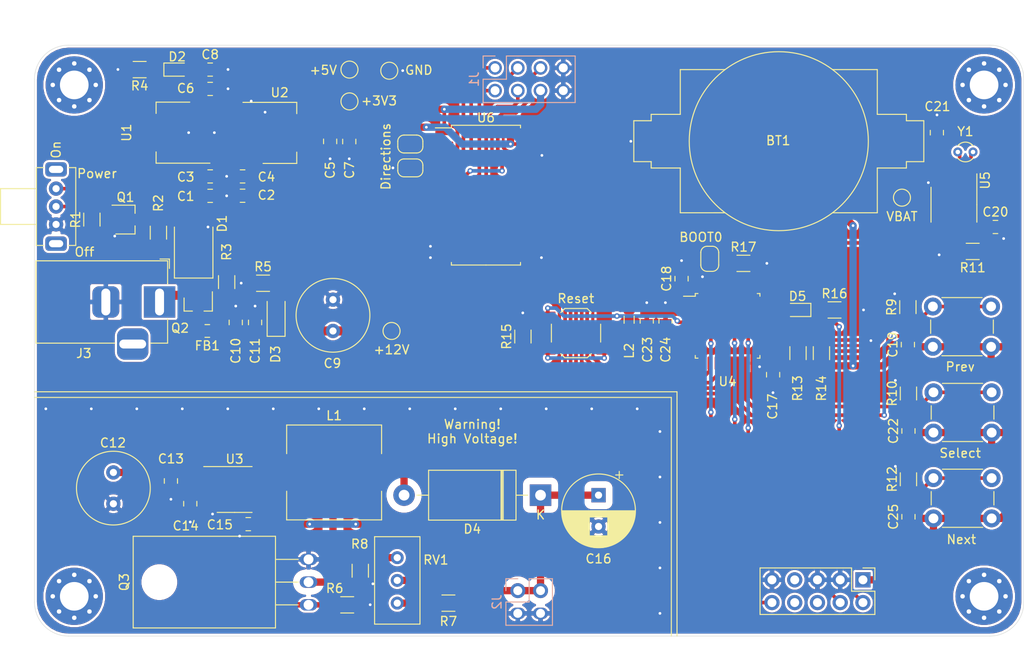
<source format=kicad_pcb>
(kicad_pcb (version 20171130) (host pcbnew "(5.1.12-1-10_14)")
  (layers (0 F.Cu signal) (31 B.Cu signal) (34 B.Paste user) (35 F.Paste user) (36 B.SilkS user) (37 F.SilkS user) (38 B.Mask user) (39 F.Mask user) (44 Edge.Cuts user))
  (net 0 "")
  (net 1 /VBAT)
  (net 2 /GND)
  (net 3 /+5V)
  (net 4 /+12V)
  (net 5 /+3V3)
  (net 6 /+180V)
  (net 7 /uController/PREV_BTN)
  (net 8 /uController/SELECT_BTN)
  (net 9 /uController/+3V3A)
  (net 10 /uController/NEXT_BTN)
  (net 11 "Net-(D1-Pad1)")
  (net 12 "Net-(D2-Pad1)")
  (net 13 "Net-(D3-Pad2)")
  (net 14 "Net-(D4-Pad2)")
  (net 15 /uController/SIGNAL_LED)
  (net 16 "Net-(D5-Pad1)")
  (net 17 "Net-(FB1-Pad2)")
  (net 18 /uController/RESET)
  (net 19 /uController/SWCLK)
  (net 20 /uController/SWDIO)
  (net 21 /uController/BOOT0)
  (net 22 "Net-(JP2-Pad2)")
  (net 23 "Net-(Q1-Pad3)")
  (net 24 "Net-(Q1-Pad1)")
  (net 25 "Net-(Q2-Pad1)")
  (net 26 "Net-(Q3-Pad1)")
  (net 27 /uController/RTC_INTERRUPT)
  (net 28 /uController/I2C1_SCL)
  (net 29 /uController/I2C1_SDA)
  (net 30 /DATA_IN)
  (net 31 /~OUTPUT_EN)
  (net 32 /DATA_LATCH)
  (net 33 /DATA_CLK)
  (net 34 /~DATA_CLR)
  (net 35 /uController/~DATA_CLR_3V3)
  (net 36 /uController/~OUTPUT_EN_3V3)
  (net 37 /uController/DATA_LATCH_3V3)
  (net 38 /uController/DATA_CLK_3V3)
  (net 39 /uController/DATA_IN_3V3)
  (net 40 "Net-(C14-Pad1)")
  (net 41 "Net-(C15-Pad1)")
  (net 42 "Net-(J4-Pad8)")
  (net 43 "Net-(J4-Pad7)")
  (net 44 "Net-(J4-Pad6)")
  (net 45 "Net-(R1-Pad2)")
  (net 46 "Net-(R7-Pad2)")
  (net 47 "Net-(R8-Pad1)")
  (net 48 "Net-(R15-Pad1)")
  (net 49 "Net-(U4-Pad30)")
  (net 50 "Net-(U4-Pad29)")
  (net 51 "Net-(U4-Pad28)")
  (net 52 "Net-(U4-Pad25)")
  (net 53 "Net-(U4-Pad21)")
  (net 54 "Net-(U4-Pad18)")
  (net 55 "Net-(U4-Pad8)")
  (net 56 "Net-(U4-Pad7)")
  (net 57 "Net-(U4-Pad6)")
  (net 58 "Net-(U4-Pad3)")
  (net 59 "Net-(U4-Pad2)")
  (net 60 "Net-(U5-Pad2)")
  (net 61 "Net-(U5-Pad1)")
  (net 62 "Net-(U6-Pad16)")
  (net 63 "Net-(U6-Pad15)")
  (net 64 "Net-(U6-Pad14)")
  (net 65 "Net-(U6-Pad10)")
  (net 66 "Net-(U6-Pad9)")
  (net 67 "Net-(U6-Pad8)")
  (module Capacitor_THT:C_Radial_D8.0mm_H7.0mm_P3.50mm (layer F.Cu) (at 96.4438 116.332 270)
    (fp_text reference C12 (at -3.302 0.0508 180) (layer F.SilkS))
    (fp_text value 220uF)
    (pad 2 thru_hole circle (at 3.5 0 270) (size 1.6 1.6) (drill 0.8) (layers *.Cu *.Mask) (net 2 /GND))
    (pad 1 thru_hole circle (at 0 0 270) (size 1.6 1.6) (drill 0.8) (layers *.Cu *.Mask) (net 4 /+12V))
  )
  (module Crystal:Crystal_Round_D1.5mm_Vertical (layer F.Cu) (at 190.7413 80.518)
    (fp_text reference Y1 (at 0.85 -2.286) (layer F.SilkS))
    (fp_text value 32.768KHz)
    (pad 2 thru_hole circle (at 1.7 0) (size 1 1) (drill 0.5) (layers *.Cu *.Mask) (net 61 "Net-(U5-Pad1)"))
    (pad 1 thru_hole circle (at 0 0) (size 1 1) (drill 0.5) (layers *.Cu *.Mask) (net 60 "Net-(U5-Pad2)"))
  )
  (module Package_SO:SOP-24_7.5x15.4mm_P1.27mm (layer F.Cu) (at 138.049 85.344)
    (fp_text reference U6 (at 0 -8.65) (layer F.SilkS))
    (fp_text value 74LVC4245A)
    (pad 24 smd roundrect (at 4.65 -6.985) (size 2 0.55) (layers F.Cu F.Paste F.Mask) (net 5 /+3V3))
    (pad 23 smd roundrect (at 4.65 -5.715) (size 2 0.55) (layers F.Cu F.Paste F.Mask) (net 5 /+3V3))
    (pad 22 smd roundrect (at 4.65 -4.445) (size 2 0.55) (layers F.Cu F.Paste F.Mask) (net 2 /GND))
    (pad 21 smd roundrect (at 4.65 -3.175) (size 2 0.55) (layers F.Cu F.Paste F.Mask) (net 39 /uController/DATA_IN_3V3))
    (pad 20 smd roundrect (at 4.65 -1.905) (size 2 0.55) (layers F.Cu F.Paste F.Mask) (net 38 /uController/DATA_CLK_3V3))
    (pad 19 smd roundrect (at 4.65 -0.635) (size 2 0.55) (layers F.Cu F.Paste F.Mask) (net 37 /uController/DATA_LATCH_3V3))
    (pad 18 smd roundrect (at 4.65 0.635) (size 2 0.55) (layers F.Cu F.Paste F.Mask) (net 36 /uController/~OUTPUT_EN_3V3))
    (pad 17 smd roundrect (at 4.65 1.905) (size 2 0.55) (layers F.Cu F.Paste F.Mask) (net 35 /uController/~DATA_CLR_3V3))
    (pad 16 smd roundrect (at 4.65 3.175) (size 2 0.55) (layers F.Cu F.Paste F.Mask) (net 62 "Net-(U6-Pad16)"))
    (pad 15 smd roundrect (at 4.65 4.445) (size 2 0.55) (layers F.Cu F.Paste F.Mask) (net 63 "Net-(U6-Pad15)"))
    (pad 14 smd roundrect (at 4.65 5.715) (size 2 0.55) (layers F.Cu F.Paste F.Mask) (net 64 "Net-(U6-Pad14)"))
    (pad 13 smd roundrect (at 4.65 6.985) (size 2 0.55) (layers F.Cu F.Paste F.Mask) (net 2 /GND))
    (pad 12 smd roundrect (at -4.65 6.985) (size 2 0.55) (layers F.Cu F.Paste F.Mask) (net 2 /GND))
    (pad 11 smd roundrect (at -4.65 5.715) (size 2 0.55) (layers F.Cu F.Paste F.Mask) (net 2 /GND))
    (pad 10 smd roundrect (at -4.65 4.445) (size 2 0.55) (layers F.Cu F.Paste F.Mask) (net 65 "Net-(U6-Pad10)"))
    (pad 9 smd roundrect (at -4.65 3.175) (size 2 0.55) (layers F.Cu F.Paste F.Mask) (net 66 "Net-(U6-Pad9)"))
    (pad 8 smd roundrect (at -4.65 1.905) (size 2 0.55) (layers F.Cu F.Paste F.Mask) (net 67 "Net-(U6-Pad8)"))
    (pad 7 smd roundrect (at -4.65 0.635) (size 2 0.55) (layers F.Cu F.Paste F.Mask) (net 34 /~DATA_CLR))
    (pad 6 smd roundrect (at -4.65 -0.635) (size 2 0.55) (layers F.Cu F.Paste F.Mask) (net 31 /~OUTPUT_EN))
    (pad 5 smd roundrect (at -4.65 -1.905) (size 2 0.55) (layers F.Cu F.Paste F.Mask) (net 32 /DATA_LATCH))
    (pad 4 smd roundrect (at -4.65 -3.175) (size 2 0.55) (layers F.Cu F.Paste F.Mask) (net 33 /DATA_CLK))
    (pad 3 smd roundrect (at -4.65 -4.445) (size 2 0.55) (layers F.Cu F.Paste F.Mask) (net 30 /DATA_IN))
    (pad 2 smd roundrect (at -4.65 -5.715) (size 2 0.55) (layers F.Cu F.Paste F.Mask) (net 22 "Net-(JP2-Pad2)"))
    (pad 1 smd roundrect (at -4.65 -6.985) (size 2 0.55) (layers F.Cu F.Paste F.Mask) (net 3 /+5V))
  )
  (module Package_SO:SOIC-8_3.9x4.9mm_P1.27mm (layer F.Cu) (at 190.3095 86.4108 270)
    (fp_text reference U5 (at -2.7178 -3.4925 90) (layer F.SilkS))
    (fp_text value DS1338Z-33+)
    (pad 8 smd roundrect (at 2.475 -1.905 270) (size 1.95 0.6) (layers F.Cu F.Paste F.Mask) (net 5 /+3V3))
    (pad 7 smd roundrect (at 2.475 -0.635 270) (size 1.95 0.6) (layers F.Cu F.Paste F.Mask) (net 27 /uController/RTC_INTERRUPT))
    (pad 6 smd roundrect (at 2.475 0.635 270) (size 1.95 0.6) (layers F.Cu F.Paste F.Mask) (net 28 /uController/I2C1_SCL))
    (pad 5 smd roundrect (at 2.475 1.905 270) (size 1.95 0.6) (layers F.Cu F.Paste F.Mask) (net 29 /uController/I2C1_SDA))
    (pad 4 smd roundrect (at -2.475 1.905 270) (size 1.95 0.6) (layers F.Cu F.Paste F.Mask) (net 2 /GND))
    (pad 3 smd roundrect (at -2.475 0.635 270) (size 1.95 0.6) (layers F.Cu F.Paste F.Mask) (net 1 /VBAT))
    (pad 2 smd roundrect (at -2.475 -0.635 270) (size 1.95 0.6) (layers F.Cu F.Paste F.Mask) (net 60 "Net-(U5-Pad2)"))
    (pad 1 smd roundrect (at -2.475 -1.905 270) (size 1.95 0.6) (layers F.Cu F.Paste F.Mask) (net 61 "Net-(U5-Pad1)"))
  )
  (module Package_QFP:LQFP-32_7x7mm_P0.8mm (layer F.Cu) (at 165.0365 99.949)
    (fp_text reference U4 (at 0 6.223) (layer F.SilkS))
    (fp_text value STM32L031K6Tx)
    (pad 32 smd roundrect (at -2.8 -4.175) (size 0.5 1.5) (layers F.Cu F.Paste F.Mask) (net 2 /GND))
    (pad 31 smd roundrect (at -2 -4.175) (size 0.5 1.5) (layers F.Cu F.Paste F.Mask) (net 21 /uController/BOOT0))
    (pad 30 smd roundrect (at -1.2 -4.175) (size 0.5 1.5) (layers F.Cu F.Paste F.Mask) (net 49 "Net-(U4-Pad30)"))
    (pad 29 smd roundrect (at -0.4 -4.175) (size 0.5 1.5) (layers F.Cu F.Paste F.Mask) (net 50 "Net-(U4-Pad29)"))
    (pad 28 smd roundrect (at 0.4 -4.175) (size 0.5 1.5) (layers F.Cu F.Paste F.Mask) (net 51 "Net-(U4-Pad28)"))
    (pad 27 smd roundrect (at 1.2 -4.175) (size 0.5 1.5) (layers F.Cu F.Paste F.Mask) (net 27 /uController/RTC_INTERRUPT))
    (pad 26 smd roundrect (at 2 -4.175) (size 0.5 1.5) (layers F.Cu F.Paste F.Mask) (net 10 /uController/NEXT_BTN))
    (pad 25 smd roundrect (at 2.8 -4.175) (size 0.5 1.5) (layers F.Cu F.Paste F.Mask) (net 52 "Net-(U4-Pad25)"))
    (pad 24 smd roundrect (at 4.175 -2.8) (size 1.5 0.5) (layers F.Cu F.Paste F.Mask) (net 19 /uController/SWCLK))
    (pad 23 smd roundrect (at 4.175 -2) (size 1.5 0.5) (layers F.Cu F.Paste F.Mask) (net 20 /uController/SWDIO))
    (pad 22 smd roundrect (at 4.175 -1.2) (size 1.5 0.5) (layers F.Cu F.Paste F.Mask) (net 15 /uController/SIGNAL_LED))
    (pad 21 smd roundrect (at 4.175 -0.4) (size 1.5 0.5) (layers F.Cu F.Paste F.Mask) (net 53 "Net-(U4-Pad21)"))
    (pad 20 smd roundrect (at 4.175 0.4) (size 1.5 0.5) (layers F.Cu F.Paste F.Mask) (net 29 /uController/I2C1_SDA))
    (pad 19 smd roundrect (at 4.175 1.2) (size 1.5 0.5) (layers F.Cu F.Paste F.Mask) (net 28 /uController/I2C1_SCL))
    (pad 18 smd roundrect (at 4.175 2) (size 1.5 0.5) (layers F.Cu F.Paste F.Mask) (net 54 "Net-(U4-Pad18)"))
    (pad 17 smd roundrect (at 4.175 2.8) (size 1.5 0.5) (layers F.Cu F.Paste F.Mask) (net 5 /+3V3))
    (pad 16 smd roundrect (at 2.8 4.175) (size 0.5 1.5) (layers F.Cu F.Paste F.Mask) (net 2 /GND))
    (pad 15 smd roundrect (at 2 4.175) (size 0.5 1.5) (layers F.Cu F.Paste F.Mask) (net 8 /uController/SELECT_BTN))
    (pad 14 smd roundrect (at 1.2 4.175) (size 0.5 1.5) (layers F.Cu F.Paste F.Mask) (net 7 /uController/PREV_BTN))
    (pad 13 smd roundrect (at 0.4 4.175) (size 0.5 1.5) (layers F.Cu F.Paste F.Mask) (net 35 /uController/~DATA_CLR_3V3))
    (pad 12 smd roundrect (at -0.4 4.175) (size 0.5 1.5) (layers F.Cu F.Paste F.Mask) (net 36 /uController/~OUTPUT_EN_3V3))
    (pad 11 smd roundrect (at -1.2 4.175) (size 0.5 1.5) (layers F.Cu F.Paste F.Mask) (net 37 /uController/DATA_LATCH_3V3))
    (pad 10 smd roundrect (at -2 4.175) (size 0.5 1.5) (layers F.Cu F.Paste F.Mask) (net 38 /uController/DATA_CLK_3V3))
    (pad 9 smd roundrect (at -2.8 4.175) (size 0.5 1.5) (layers F.Cu F.Paste F.Mask) (net 39 /uController/DATA_IN_3V3))
    (pad 8 smd roundrect (at -4.175 2.8) (size 1.5 0.5) (layers F.Cu F.Paste F.Mask) (net 55 "Net-(U4-Pad8)"))
    (pad 7 smd roundrect (at -4.175 2) (size 1.5 0.5) (layers F.Cu F.Paste F.Mask) (net 56 "Net-(U4-Pad7)"))
    (pad 6 smd roundrect (at -4.175 1.2) (size 1.5 0.5) (layers F.Cu F.Paste F.Mask) (net 57 "Net-(U4-Pad6)"))
    (pad 5 smd roundrect (at -4.175 0.4) (size 1.5 0.5) (layers F.Cu F.Paste F.Mask) (net 9 /uController/+3V3A))
    (pad 4 smd roundrect (at -4.175 -0.4) (size 1.5 0.5) (layers F.Cu F.Paste F.Mask) (net 18 /uController/RESET))
    (pad 3 smd roundrect (at -4.175 -1.2) (size 1.5 0.5) (layers F.Cu F.Paste F.Mask) (net 58 "Net-(U4-Pad3)"))
    (pad 2 smd roundrect (at -4.175 -2) (size 1.5 0.5) (layers F.Cu F.Paste F.Mask) (net 59 "Net-(U4-Pad2)"))
    (pad 1 smd roundrect (at -4.175 -2.8) (size 1.5 0.5) (layers F.Cu F.Paste F.Mask) (net 5 /+3V3))
  )
  (module Package_SO:SOIC-8_3.9x4.9mm_P1.27mm (layer F.Cu) (at 109.982 118.237)
    (fp_text reference U3 (at 0 -3.4) (layer F.SilkS))
    (fp_text value MC34063AD)
    (pad 8 smd roundrect (at 2.475 -1.905) (size 1.95 0.6) (layers F.Cu F.Paste F.Mask) (net 4 /+12V))
    (pad 7 smd roundrect (at 2.475 -0.635) (size 1.95 0.6) (layers F.Cu F.Paste F.Mask) (net 4 /+12V))
    (pad 6 smd roundrect (at 2.475 0.635) (size 1.95 0.6) (layers F.Cu F.Paste F.Mask) (net 4 /+12V))
    (pad 5 smd roundrect (at 2.475 1.905) (size 1.95 0.6) (layers F.Cu F.Paste F.Mask) (net 41 "Net-(C15-Pad1)"))
    (pad 4 smd roundrect (at -2.475 1.905) (size 1.95 0.6) (layers F.Cu F.Paste F.Mask) (net 2 /GND))
    (pad 3 smd roundrect (at -2.475 0.635) (size 1.95 0.6) (layers F.Cu F.Paste F.Mask) (net 40 "Net-(C14-Pad1)"))
    (pad 2 smd roundrect (at -2.475 -0.635) (size 1.95 0.6) (layers F.Cu F.Paste F.Mask) (net 26 "Net-(Q3-Pad1)"))
    (pad 1 smd roundrect (at -2.475 -1.905) (size 1.95 0.6) (layers F.Cu F.Paste F.Mask) (net 4 /+12V))
  )
  (module Package_TO_SOT_SMD:SOT-223-3_TabPin2 (layer F.Cu) (at 115.0112 78.3844)
    (fp_text reference U2 (at 0 -4.5) (layer F.SilkS))
    (fp_text value AMS1117-3.3)
    (pad 1 smd rect (at -3.15 -2.3) (size 2 1.5) (layers F.Cu F.Paste F.Mask) (net 2 /GND))
    (pad 3 smd rect (at -3.15 2.3) (size 2 1.5) (layers F.Cu F.Paste F.Mask) (net 4 /+12V))
    (pad 2 smd rect (at -3.15 0) (size 2 1.5) (layers F.Cu F.Paste F.Mask) (net 5 /+3V3))
    (pad 2 smd rect (at 3.15 0) (size 2 3.8) (layers F.Cu F.Paste F.Mask) (net 5 /+3V3))
  )
  (module Package_TO_SOT_SMD:SOT-223 (layer F.Cu) (at 103.124 78.359 180)
    (fp_text reference U1 (at 5.207 0 90) (layer F.SilkS))
    (fp_text value LM2940G-50-AA3-R)
    (pad 1 smd rect (at -3.15 -2.3 180) (size 2 1.5) (layers F.Cu F.Paste F.Mask) (net 4 /+12V))
    (pad 3 smd rect (at -3.15 2.3 180) (size 2 1.5) (layers F.Cu F.Paste F.Mask) (net 3 /+5V))
    (pad 2 smd rect (at -3.15 0 180) (size 2 1.5) (layers F.Cu F.Paste F.Mask) (net 2 /GND))
    (pad 4 smd rect (at 3.15 0 180) (size 2 3.8) (layers F.Cu F.Paste F.Mask))
  )
  (module TestPoint:TestPoint_Pad_D1.5mm (layer F.Cu) (at 184.5056 85.6234)
    (fp_text reference TP5 hide)
    (fp_text value "VBAT TP")
    (pad 1 smd circle (at 0 0) (size 1.5 1.5) (layers F.Cu F.Mask) (net 1 /VBAT))
  )
  (module TestPoint:TestPoint_Pad_D1.5mm (layer F.Cu) (at 127.508 100.5205)
    (fp_text reference TP4 hide)
    (fp_text value "+12V TP")
    (pad 1 smd circle (at 0 0) (size 1.5 1.5) (layers F.Cu F.Mask) (net 4 /+12V))
  )
  (module TestPoint:TestPoint_Pad_D1.5mm (layer F.Cu) (at 122.809 71.3105)
    (fp_text reference TP3 hide)
    (fp_text value "+5V TP")
    (pad 1 smd circle (at 0 0) (size 1.5 1.5) (layers F.Cu F.Mask) (net 3 /+5V))
  )
  (module TestPoint:TestPoint_Pad_D1.5mm (layer F.Cu) (at 122.809 74.8665)
    (fp_text reference TP2 hide)
    (fp_text value "+3V3 TP")
    (pad 1 smd circle (at 0 0) (size 1.5 1.5) (layers F.Cu F.Mask) (net 5 /+3V3))
  )
  (module TestPoint:TestPoint_Pad_D1.5mm (layer F.Cu) (at 127.254 71.4375)
    (fp_text reference TP1 hide)
    (fp_text value "GND TP")
    (pad 1 smd circle (at 0 0) (size 1.5 1.5) (layers F.Cu F.Mask) (net 2 /GND))
  )
  (module Button_Switch_SMD:SW_SPST_TL3342 (layer F.Cu) (at 148.1074 100.7618)
    (fp_text reference SW5 hide)
    (fp_text value "Reset BTN")
    (pad 2 smd rect (at 3.15 1.9) (size 1.7 1) (layers F.Cu F.Paste F.Mask) (net 48 "Net-(R15-Pad1)"))
    (pad 2 smd rect (at -3.15 1.9) (size 1.7 1) (layers F.Cu F.Paste F.Mask) (net 48 "Net-(R15-Pad1)"))
    (pad 1 smd rect (at 3.15 -1.9) (size 1.7 1) (layers F.Cu F.Paste F.Mask) (net 18 /uController/RESET))
    (pad 1 smd rect (at -3.15 -1.9) (size 1.7 1) (layers F.Cu F.Paste F.Mask) (net 18 /uController/RESET))
  )
  (module Button_Switch_THT:SW_PUSH_6mm_H9.5mm (layer F.Cu) (at 188.0235 116.967)
    (fp_text reference SW4 hide)
    (fp_text value "Next BTN")
    (pad 1 thru_hole circle (at 6.5 0 90) (size 2 2) (drill 1.1) (layers *.Cu *.Mask) (net 10 /uController/NEXT_BTN))
    (pad 2 thru_hole circle (at 6.5 4.5 90) (size 2 2) (drill 1.1) (layers *.Cu *.Mask) (net 5 /+3V3))
    (pad 1 thru_hole circle (at 0 0 90) (size 2 2) (drill 1.1) (layers *.Cu *.Mask) (net 10 /uController/NEXT_BTN))
    (pad 2 thru_hole circle (at 0 4.5 90) (size 2 2) (drill 1.1) (layers *.Cu *.Mask) (net 5 /+3V3))
  )
  (module Button_Switch_THT:SW_PUSH_6mm_H9.5mm (layer F.Cu) (at 188.0235 107.3785)
    (fp_text reference SW3 hide)
    (fp_text value "Select BTN")
    (pad 1 thru_hole circle (at 6.5 0 90) (size 2 2) (drill 1.1) (layers *.Cu *.Mask) (net 8 /uController/SELECT_BTN))
    (pad 2 thru_hole circle (at 6.5 4.5 90) (size 2 2) (drill 1.1) (layers *.Cu *.Mask) (net 5 /+3V3))
    (pad 1 thru_hole circle (at 0 0 90) (size 2 2) (drill 1.1) (layers *.Cu *.Mask) (net 8 /uController/SELECT_BTN))
    (pad 2 thru_hole circle (at 0 4.5 90) (size 2 2) (drill 1.1) (layers *.Cu *.Mask) (net 5 /+3V3))
  )
  (module Button_Switch_THT:SW_PUSH_6mm_H9.5mm (layer F.Cu) (at 187.96 97.79)
    (fp_text reference SW2 hide)
    (fp_text value "Prev BTN")
    (pad 1 thru_hole circle (at 6.5 0 90) (size 2 2) (drill 1.1) (layers *.Cu *.Mask) (net 7 /uController/PREV_BTN))
    (pad 2 thru_hole circle (at 6.5 4.5 90) (size 2 2) (drill 1.1) (layers *.Cu *.Mask) (net 5 /+3V3))
    (pad 1 thru_hole circle (at 0 0 90) (size 2 2) (drill 1.1) (layers *.Cu *.Mask) (net 7 /uController/PREV_BTN))
    (pad 2 thru_hole circle (at 0 4.5 90) (size 2 2) (drill 1.1) (layers *.Cu *.Mask) (net 5 /+3V3))
  )
  (module Custom:Toggle-Switch-SK12D07VG4 (layer F.Cu) (at 90.043 86.614 270)
    (fp_text reference SW1 hide)
    (fp_text value SW_SPDT)
    (pad 1 thru_hole circle (at -2 0 270) (size 1.6 1.6) (drill 0.8) (layers *.Cu *.Mask) (net 11 "Net-(D1-Pad1)"))
    (pad 2 thru_hole circle (at 0 0 270) (size 1.6 1.6) (drill 0.8) (layers *.Cu *.Mask) (net 45 "Net-(R1-Pad2)"))
    (pad 3 thru_hole circle (at 2 0 270) (size 1.6 1.6) (drill 0.8) (layers *.Cu *.Mask) (net 2 /GND))
    (pad "" thru_hole roundrect (at -4.15 0 270) (size 1.6 2.4) (drill oval 0.8 1.6) (layers *.Cu *.Mask))
    (pad "" thru_hole roundrect (at 4.15 0 270) (size 1.6 2.4) (drill oval 0.8 1.6) (layers *.Cu *.Mask))
  )
  (module Potentiometer_THT:Potentiometer_Bourns_3296W_Vertical (layer F.Cu) (at 128.143 125.857 90)
    (fp_text reference RV1 (at -0.254 4.318 180) (layer F.SilkS))
    (fp_text value 3k)
    (pad 3 thru_hole circle (at -5.08 0 90) (size 1.44 1.44) (drill 0.8) (layers *.Cu *.Mask) (net 46 "Net-(R7-Pad2)"))
    (pad 2 thru_hole circle (at -2.54 0 90) (size 1.44 1.44) (drill 0.8) (layers *.Cu *.Mask) (net 41 "Net-(C15-Pad1)"))
    (pad 1 thru_hole circle (at 0 0 90) (size 1.44 1.44) (drill 0.8) (layers *.Cu *.Mask) (net 47 "Net-(R8-Pad1)"))
  )
  (module Resistor_SMD:R_1206_3216Metric (layer F.Cu) (at 166.8018 92.964)
    (fp_text reference R17 (at 0 -1.82) (layer F.SilkS))
    (fp_text value 10K)
    (pad 2 smd roundrect (at 1.4625 0) (size 1.125 1.75) (layers F.Cu F.Paste F.Mask) (roundrect_rratio 0.2222204444444444) (net 2 /GND))
    (pad 1 smd roundrect (at -1.4625 0) (size 1.125 1.75) (layers F.Cu F.Paste F.Mask) (roundrect_rratio 0.2222204444444444) (net 21 /uController/BOOT0))
  )
  (module Resistor_SMD:R_1206_3216Metric (layer F.Cu) (at 176.9745 98.171)
    (fp_text reference R16 (at 0 -1.82) (layer F.SilkS))
    (fp_text value 1K)
    (pad 2 smd roundrect (at 1.4625 0) (size 1.125 1.75) (layers F.Cu F.Paste F.Mask) (roundrect_rratio 0.2222204444444444) (net 2 /GND))
    (pad 1 smd roundrect (at -1.4625 0) (size 1.125 1.75) (layers F.Cu F.Paste F.Mask) (roundrect_rratio 0.2222204444444444) (net 16 "Net-(D5-Pad1)"))
  )
  (module Resistor_SMD:R_1206_3216Metric (layer F.Cu) (at 142.1765 101.1428 90)
    (fp_text reference R15 (at 0 -1.82 90) (layer F.SilkS))
    (fp_text value 10K)
    (pad 2 smd roundrect (at 1.4625 0 90) (size 1.125 1.75) (layers F.Cu F.Paste F.Mask) (roundrect_rratio 0.2222204444444444) (net 2 /GND))
    (pad 1 smd roundrect (at -1.4625 0 90) (size 1.125 1.75) (layers F.Cu F.Paste F.Mask) (roundrect_rratio 0.2222204444444444) (net 48 "Net-(R15-Pad1)"))
  )
  (module Resistor_SMD:R_1206_3216Metric (layer F.Cu) (at 175.514 102.997 90)
    (fp_text reference R14 (at -3.937 0 90) (layer F.SilkS))
    (fp_text value 2.2K)
    (pad 2 smd roundrect (at 1.4625 0 90) (size 1.125 1.75) (layers F.Cu F.Paste F.Mask) (roundrect_rratio 0.2222204444444444) (net 29 /uController/I2C1_SDA))
    (pad 1 smd roundrect (at -1.4625 0 90) (size 1.125 1.75) (layers F.Cu F.Paste F.Mask) (roundrect_rratio 0.2222204444444444) (net 5 /+3V3))
  )
  (module Resistor_SMD:R_1206_3216Metric (layer F.Cu) (at 172.8978 102.997 90)
    (fp_text reference R13 (at -3.937 -0.0508 90) (layer F.SilkS))
    (fp_text value 2.2K)
    (pad 2 smd roundrect (at 1.4625 0 90) (size 1.125 1.75) (layers F.Cu F.Paste F.Mask) (roundrect_rratio 0.2222204444444444) (net 28 /uController/I2C1_SCL))
    (pad 1 smd roundrect (at -1.4625 0 90) (size 1.125 1.75) (layers F.Cu F.Paste F.Mask) (roundrect_rratio 0.2222204444444444) (net 5 /+3V3))
  )
  (module Resistor_SMD:R_1206_3216Metric (layer F.Cu) (at 185.2295 117.094 90)
    (fp_text reference R12 (at 0 -1.82 90) (layer F.SilkS))
    (fp_text value 10K)
    (pad 2 smd roundrect (at 1.4625 0 90) (size 1.125 1.75) (layers F.Cu F.Paste F.Mask) (roundrect_rratio 0.2222204444444444) (net 2 /GND))
    (pad 1 smd roundrect (at -1.4625 0 90) (size 1.125 1.75) (layers F.Cu F.Paste F.Mask) (roundrect_rratio 0.2222204444444444) (net 10 /uController/NEXT_BTN))
  )
  (module Resistor_SMD:R_1206_3216Metric (layer F.Cu) (at 192.405 91.6305 180)
    (fp_text reference R11 (at 0 -1.82) (layer F.SilkS))
    (fp_text value 10K)
    (pad 2 smd roundrect (at 1.4625 0 180) (size 1.125 1.75) (layers F.Cu F.Paste F.Mask) (roundrect_rratio 0.2222204444444444) (net 27 /uController/RTC_INTERRUPT))
    (pad 1 smd roundrect (at -1.4625 0 180) (size 1.125 1.75) (layers F.Cu F.Paste F.Mask) (roundrect_rratio 0.2222204444444444) (net 5 /+3V3))
  )
  (module Resistor_SMD:R_1206_3216Metric (layer F.Cu) (at 185.2295 107.5055 90)
    (fp_text reference R10 (at 0 -1.82 90) (layer F.SilkS))
    (fp_text value 10K)
    (pad 2 smd roundrect (at 1.4625 0 90) (size 1.125 1.75) (layers F.Cu F.Paste F.Mask) (roundrect_rratio 0.2222204444444444) (net 2 /GND))
    (pad 1 smd roundrect (at -1.4625 0 90) (size 1.125 1.75) (layers F.Cu F.Paste F.Mask) (roundrect_rratio 0.2222204444444444) (net 8 /uController/SELECT_BTN))
  )
  (module Resistor_SMD:R_1206_3216Metric (layer F.Cu) (at 185.166 97.8535 90)
    (fp_text reference R9 (at 0 -1.82 90) (layer F.SilkS))
    (fp_text value 10K)
    (pad 2 smd roundrect (at 1.4625 0 90) (size 1.125 1.75) (layers F.Cu F.Paste F.Mask) (roundrect_rratio 0.2222204444444444) (net 2 /GND))
    (pad 1 smd roundrect (at -1.4625 0 90) (size 1.125 1.75) (layers F.Cu F.Paste F.Mask) (roundrect_rratio 0.2222204444444444) (net 7 /uController/PREV_BTN))
  )
  (module Resistor_SMD:R_1206_3216Metric (layer F.Cu) (at 124.0155 127.3175 270)
    (fp_text reference R8 (at -2.9845 0.0635) (layer F.SilkS))
    (fp_text value 4.7k)
    (pad 2 smd roundrect (at 1.4625 0 270) (size 1.125 1.75) (layers F.Cu F.Paste F.Mask) (roundrect_rratio 0.2222204444444444) (net 2 /GND))
    (pad 1 smd roundrect (at -1.4625 0 270) (size 1.125 1.75) (layers F.Cu F.Paste F.Mask) (roundrect_rratio 0.2222204444444444) (net 47 "Net-(R8-Pad1)"))
  )
  (module Resistor_SMD:R_1206_3216Metric (layer F.Cu) (at 133.858 130.937 180)
    (fp_text reference R7 (at 0 -2.032) (layer F.SilkS))
    (fp_text value 750k)
    (pad 2 smd roundrect (at 1.4625 0 180) (size 1.125 1.75) (layers F.Cu F.Paste F.Mask) (roundrect_rratio 0.2222204444444444) (net 46 "Net-(R7-Pad2)"))
    (pad 1 smd roundrect (at -1.4625 0 180) (size 1.125 1.75) (layers F.Cu F.Paste F.Mask) (roundrect_rratio 0.2222204444444444) (net 6 /+180V))
  )
  (module Resistor_SMD:R_1206_3216Metric (layer F.Cu) (at 122.555 131.1275)
    (fp_text reference R6 (at -1.397 -1.8415) (layer F.SilkS))
    (fp_text value 330)
    (pad 2 smd roundrect (at 1.4625 0) (size 1.125 1.75) (layers F.Cu F.Paste F.Mask) (roundrect_rratio 0.2222204444444444) (net 2 /GND))
    (pad 1 smd roundrect (at -1.4625 0) (size 1.125 1.75) (layers F.Cu F.Paste F.Mask) (roundrect_rratio 0.2222204444444444) (net 26 "Net-(Q3-Pad1)"))
  )
  (module Resistor_SMD:R_1206_3216Metric (layer F.Cu) (at 113.157 95.1865 180)
    (fp_text reference R5 (at 0 1.8415) (layer F.SilkS))
    (fp_text value 100)
    (pad 2 smd roundrect (at 1.4625 0 180) (size 1.125 1.75) (layers F.Cu F.Paste F.Mask) (roundrect_rratio 0.2222204444444444) (net 2 /GND))
    (pad 1 smd roundrect (at -1.4625 0 180) (size 1.125 1.75) (layers F.Cu F.Paste F.Mask) (roundrect_rratio 0.2222204444444444) (net 13 "Net-(D3-Pad2)"))
  )
  (module Resistor_SMD:R_1206_3216Metric (layer F.Cu) (at 99.3775 71.3105 180)
    (fp_text reference R4 (at 0 -1.82) (layer F.SilkS))
    (fp_text value 1K)
    (pad 2 smd roundrect (at 1.4625 0 180) (size 1.125 1.75) (layers F.Cu F.Paste F.Mask) (roundrect_rratio 0.2222204444444444) (net 2 /GND))
    (pad 1 smd roundrect (at -1.4625 0 180) (size 1.125 1.75) (layers F.Cu F.Paste F.Mask) (roundrect_rratio 0.2222204444444444) (net 12 "Net-(D2-Pad1)"))
  )
  (module Resistor_SMD:R_1206_3216Metric (layer F.Cu) (at 109.093 95.0595 90)
    (fp_text reference R3 (at 3.3655 0 90) (layer F.SilkS))
    (fp_text value 1K)
    (pad 2 smd roundrect (at 1.4625 0 90) (size 1.125 1.75) (layers F.Cu F.Paste F.Mask) (roundrect_rratio 0.2222204444444444) (net 23 "Net-(Q1-Pad3)"))
    (pad 1 smd roundrect (at -1.4625 0 90) (size 1.125 1.75) (layers F.Cu F.Paste F.Mask) (roundrect_rratio 0.2222204444444444) (net 25 "Net-(Q2-Pad1)"))
  )
  (module Resistor_SMD:R_1206_3216Metric (layer F.Cu) (at 101.473 89.535 90)
    (fp_text reference R2 (at 3.302 0 90) (layer F.SilkS))
    (fp_text value 10K)
    (pad 2 smd roundrect (at 1.4625 0 90) (size 1.125 1.75) (layers F.Cu F.Paste F.Mask) (roundrect_rratio 0.2222204444444444) (net 23 "Net-(Q1-Pad3)"))
    (pad 1 smd roundrect (at -1.4625 0 90) (size 1.125 1.75) (layers F.Cu F.Paste F.Mask) (roundrect_rratio 0.2222204444444444) (net 11 "Net-(D1-Pad1)"))
  )
  (module Resistor_SMD:R_1206_3216Metric (layer F.Cu) (at 94.0435 88.0745 90)
    (fp_text reference R1 (at 0 -1.82 90) (layer F.SilkS))
    (fp_text value 10K)
    (pad 2 smd roundrect (at 1.4625 0 90) (size 1.125 1.75) (layers F.Cu F.Paste F.Mask) (roundrect_rratio 0.2222204444444444) (net 45 "Net-(R1-Pad2)"))
    (pad 1 smd roundrect (at -1.4625 0 90) (size 1.125 1.75) (layers F.Cu F.Paste F.Mask) (roundrect_rratio 0.2222204444444444) (net 24 "Net-(Q1-Pad1)"))
  )
  (module Package_TO_SOT_THT:TO-220-3_Horizontal_TabDown (layer F.Cu) (at 118.237 131.1275 90)
    (fp_text reference Q3 (at 2.54 -20.58 90) (layer F.SilkS))
    (fp_text value IRF840A)
    (pad 3 thru_hole oval (at 5.08 0 90) (size 1.27 1.9558) (drill 1.1) (layers *.Cu *.Mask) (net 2 /GND))
    (pad 2 thru_hole oval (at 2.54 0 90) (size 1.27 1.9558) (drill 1.1) (layers *.Cu *.Mask) (net 14 "Net-(D4-Pad2)"))
    (pad 1 thru_hole oval (at 0 0 90) (size 1.27 1.9558) (drill 1.1) (layers *.Cu *.Mask) (net 26 "Net-(Q3-Pad1)"))
    (pad "" np_thru_hole oval (at 2.54 -16.66 90) (size 3.5 3.5) (drill 3.5) (layers *.Cu *.Mask))
  )
  (module Package_TO_SOT_SMD:SOT-23 (layer F.Cu) (at 105.918 97.536 270)
    (fp_text reference Q2 (at 2.667 2.032 180) (layer F.SilkS))
    (fp_text value PMV50EPEAR)
    (pad 3 smd rect (at 1 0 270) (size 0.9 0.8) (layers F.Cu F.Paste F.Mask) (net 17 "Net-(FB1-Pad2)"))
    (pad 2 smd rect (at -1 0.95 270) (size 0.9 0.8) (layers F.Cu F.Paste F.Mask) (net 11 "Net-(D1-Pad1)"))
    (pad 1 smd rect (at -1 -0.95 270) (size 0.9 0.8) (layers F.Cu F.Paste F.Mask) (net 25 "Net-(Q2-Pad1)"))
  )
  (module Package_TO_SOT_SMD:SOT-23W (layer F.Cu) (at 97.79 88.0745)
    (fp_text reference Q1 (at 0 -2.5) (layer F.SilkS))
    (fp_text value PMBT3904)
    (pad 3 smd rect (at 1.2 0) (size 1 0.7) (layers F.Cu F.Paste F.Mask) (net 23 "Net-(Q1-Pad3)"))
    (pad 2 smd rect (at -1.2 0.95) (size 1 0.7) (layers F.Cu F.Paste F.Mask) (net 2 /GND))
    (pad 1 smd rect (at -1.2 -0.95) (size 1 0.7) (layers F.Cu F.Paste F.Mask) (net 24 "Net-(Q1-Pad1)"))
  )
  (module Inductor_SMD:L_0805_2012Metric (layer F.Cu) (at 154.0383 99.2632 270)
    (fp_text reference L2 (at 3.4798 -0.0127 90) (layer F.SilkS))
    (fp_text value 39nH)
    (pad 2 smd roundrect (at 1.0625 0 270) (size 0.875 1.2) (layers F.Cu F.Paste F.Mask) (net 9 /uController/+3V3A))
    (pad 1 smd roundrect (at -1.0625 0 270) (size 0.875 1.2) (layers F.Cu F.Paste F.Mask) (net 5 /+3V3))
  )
  (module Inductor_SMD:L_10.4x10.4_H4.8 (layer F.Cu) (at 121.0945 116.332)
    (fp_text reference L1 (at 0 -6.35) (layer F.SilkS))
    (fp_text value "470uH 600mA")
    (pad 2 smd rect (at 4.15 0) (size 2.7 3.6) (layers F.Cu F.Paste F.Mask) (net 14 "Net-(D4-Pad2)"))
    (pad 1 smd rect (at -4.15 0) (size 2.7 3.6) (layers F.Cu F.Paste F.Mask) (net 4 /+12V))
  )
  (module Jumper:SolderJumper-2_P1.3mm_Bridged_RoundedPad1.0x1.5mm (layer F.Cu) (at 129.6035 82.296)
    (fp_text reference JP3 hide)
    (fp_text value "Direction Low")
    (fp_poly (pts (xy 0.25 -0.3) (xy -0.25 -0.3) (xy -0.25 0.3) (xy 0.25 0.3)) (layer F.Cu) (width 0))
    (pad 1 smd custom (at -0.65 0) (size 1 0.5) (layers F.Cu F.Mask) (net 2 /GND) (options (clearance outline) (anchor rect)) (primitives (gr_circle (center 0 0.25) (end 0.5 0.25) (width 0)) (gr_circle (center 0 -0.25) (end 0.5 -0.25) (width 0)) (gr_poly (pts (xy 0 -0.75) (xy 0.5 -0.75) (xy 0.5 0.75) (xy 0 0.75)) (width 0))))
    (pad 2 smd custom (at 0.65 0) (size 1 0.5) (layers F.Cu F.Mask) (net 22 "Net-(JP2-Pad2)") (options (clearance outline) (anchor rect)) (primitives (gr_circle (center 0 0.25) (end 0.5 0.25) (width 0)) (gr_circle (center 0 -0.25) (end 0.5 -0.25) (width 0)) (gr_poly (pts (xy 0 -0.75) (xy -0.5 -0.75) (xy -0.5 0.75) (xy 0 0.75)) (width 0))))
  )
  (module Jumper:SolderJumper-2_P1.3mm_Open_RoundedPad1.0x1.5mm (layer F.Cu) (at 129.6035 79.629)
    (fp_text reference JP2 hide)
    (fp_text value "Direction High")
    (pad 2 smd custom (at 0.65 0) (size 1 0.5) (layers F.Cu F.Mask) (net 22 "Net-(JP2-Pad2)") (options (clearance outline) (anchor rect)) (primitives (gr_circle (center 0 0.25) (end 0.5 0.25) (width 0)) (gr_circle (center 0 -0.25) (end 0.5 -0.25) (width 0)) (gr_poly (pts (xy 0 -0.75) (xy -0.5 -0.75) (xy -0.5 0.75) (xy 0 0.75)) (width 0))))
    (pad 1 smd custom (at -0.65 0) (size 1 0.5) (layers F.Cu F.Mask) (net 5 /+3V3) (options (clearance outline) (anchor rect)) (primitives (gr_circle (center 0 0.25) (end 0.5 0.25) (width 0)) (gr_circle (center 0 -0.25) (end 0.5 -0.25) (width 0)) (gr_poly (pts (xy 0 -0.75) (xy 0.5 -0.75) (xy 0.5 0.75) (xy 0 0.75)) (width 0))))
  )
  (module Jumper:SolderJumper-2_P1.3mm_Open_RoundedPad1.0x1.5mm (layer F.Cu) (at 163.0426 92.456 90)
    (fp_text reference JP1 hide)
    (fp_text value "BOOT0 EN")
    (pad 2 smd custom (at 0.65 0 90) (size 1 0.5) (layers F.Cu F.Mask) (net 5 /+3V3) (options (clearance outline) (anchor rect)) (primitives (gr_circle (center 0 0.25) (end 0.5 0.25) (width 0)) (gr_circle (center 0 -0.25) (end 0.5 -0.25) (width 0)) (gr_poly (pts (xy 0 -0.75) (xy -0.5 -0.75) (xy -0.5 0.75) (xy 0 0.75)) (width 0))))
    (pad 1 smd custom (at -0.65 0 90) (size 1 0.5) (layers F.Cu F.Mask) (net 21 /uController/BOOT0) (options (clearance outline) (anchor rect)) (primitives (gr_circle (center 0 0.25) (end 0.5 0.25) (width 0)) (gr_circle (center 0 -0.25) (end 0.5 -0.25) (width 0)) (gr_poly (pts (xy 0 -0.75) (xy 0.5 -0.75) (xy 0.5 0.75) (xy 0 0.75)) (width 0))))
  )
  (module Connector_PinHeader_2.54mm:PinHeader_2x05_P2.54mm_Vertical (layer F.Cu) (at 180.1495 128.3335 270)
    (fp_text reference J4 hide)
    (fp_text value SWD)
    (pad 10 thru_hole oval (at 2.54 10.16 270) (size 1.7 1.7) (drill 1) (layers *.Cu *.Mask) (net 18 /uController/RESET))
    (pad 9 thru_hole oval (at 0 10.16 270) (size 1.7 1.7) (drill 1) (layers *.Cu *.Mask) (net 2 /GND))
    (pad 8 thru_hole oval (at 2.54 7.62 270) (size 1.7 1.7) (drill 1) (layers *.Cu *.Mask) (net 42 "Net-(J4-Pad8)"))
    (pad 7 thru_hole oval (at 0 7.62 270) (size 1.7 1.7) (drill 1) (layers *.Cu *.Mask) (net 43 "Net-(J4-Pad7)"))
    (pad 6 thru_hole oval (at 2.54 5.08 270) (size 1.7 1.7) (drill 1) (layers *.Cu *.Mask) (net 44 "Net-(J4-Pad6)"))
    (pad 5 thru_hole oval (at 0 5.08 270) (size 1.7 1.7) (drill 1) (layers *.Cu *.Mask) (net 2 /GND))
    (pad 4 thru_hole oval (at 2.54 2.54 270) (size 1.7 1.7) (drill 1) (layers *.Cu *.Mask) (net 19 /uController/SWCLK))
    (pad 3 thru_hole oval (at 0 2.54 270) (size 1.7 1.7) (drill 1) (layers *.Cu *.Mask) (net 2 /GND))
    (pad 2 thru_hole oval (at 2.54 0 270) (size 1.7 1.7) (drill 1) (layers *.Cu *.Mask) (net 20 /uController/SWDIO))
    (pad 1 thru_hole rect (at 0 0 270) (size 1.7 1.7) (drill 1) (layers *.Cu *.Mask) (net 5 /+3V3))
  )
  (module Connector_BarrelJack:BarrelJack_Horizontal (layer F.Cu) (at 101.6 97.282)
    (fp_text reference J3 (at -8.45 5.75) (layer F.SilkS))
    (fp_text value Barrel_Jack)
    (pad 3 thru_hole roundrect (at -3 4.7) (size 3.5 3.5) (drill oval 3 1) (layers *.Cu *.Mask))
    (pad 2 thru_hole roundrect (at -6 0) (size 3 3.5) (drill oval 1 3) (layers *.Cu *.Mask) (net 2 /GND))
    (pad 1 thru_hole rect (at 0 0) (size 3.5 3.5) (drill oval 1 3) (layers *.Cu *.Mask) (net 11 "Net-(D1-Pad1)"))
  )
  (module Connector_PinHeader_2.54mm:PinHeader_2x02_P2.54mm_Vertical (layer B.Cu) (at 141.605 129.54 270)
    (fp_text reference J2 (at 1.27 2.33 90) (layer B.SilkS) (effects (justify mirror)))
    (fp_text value "High Voltage Connector")
    (pad 4 thru_hole oval (at 2.54 -2.54 270) (size 1.27 1.6764) (drill 1) (layers *.Cu *.Mask) (net 2 /GND))
    (pad 3 thru_hole oval (at 0 -2.54 270) (size 1.6764 1.6764) (drill 1) (layers *.Cu *.Mask) (net 6 /+180V))
    (pad 2 thru_hole oval (at 2.54 0 270) (size 1.27 1.6764) (drill 1) (layers *.Cu *.Mask) (net 2 /GND))
    (pad 1 thru_hole oval (at 0 0 270) (size 1.6764 1.6764) (drill 1) (layers *.Cu *.Mask) (net 6 /+180V))
  )
  (module Connector_PinHeader_2.54mm:PinHeader_2x04_P2.54mm_Vertical (layer B.Cu) (at 139.065 71.12 270)
    (fp_text reference J1 (at 1.27 2.33 270) (layer B.SilkS) (effects (justify mirror)))
    (fp_text value "Data Connector")
    (pad 8 thru_hole oval (at 2.54 -7.62 270) (size 1.524 1.524) (drill 1) (layers *.Cu *.Mask) (net 2 /GND))
    (pad 7 thru_hole oval (at 0 -7.62 270) (size 1.524 1.524) (drill 1) (layers *.Cu *.Mask) (net 2 /GND))
    (pad 6 thru_hole oval (at 2.54 -5.08 270) (size 1.524 1.524) (drill 1) (layers *.Cu *.Mask) (net 3 /+5V))
    (pad 5 thru_hole oval (at 0 -5.08 270) (size 1.524 1.524) (drill 1) (layers *.Cu *.Mask) (net 32 /DATA_LATCH))
    (pad 4 thru_hole oval (at 2.54 -2.54 270) (size 1.524 1.524) (drill 1) (layers *.Cu *.Mask) (net 34 /~DATA_CLR))
    (pad 3 thru_hole oval (at 0 -2.54 270) (size 1.524 1.524) (drill 1) (layers *.Cu *.Mask) (net 33 /DATA_CLK))
    (pad 2 thru_hole oval (at 2.54 0 270) (size 1.524 1.524) (drill 1) (layers *.Cu *.Mask) (net 31 /~OUTPUT_EN))
    (pad 1 thru_hole oval (at 0 0 270) (size 1.524 1.524) (drill 1) (layers *.Cu *.Mask) (net 30 /DATA_IN))
  )
  (module MountingHole:MountingHole_3.2mm_M3_Pad_Via (layer F.Cu) (at 193.675 130.175)
    (fp_text reference H4 hide)
    (fp_text value MountingHole)
    (pad 1 thru_hole circle (at 1.697056 -1.697056) (size 0.8 0.8) (drill 0.5) (layers *.Cu *.Mask))
    (pad 1 thru_hole circle (at 0 -2.4) (size 0.8 0.8) (drill 0.5) (layers *.Cu *.Mask))
    (pad 1 thru_hole circle (at -1.697056 -1.697056) (size 0.8 0.8) (drill 0.5) (layers *.Cu *.Mask))
    (pad 1 thru_hole circle (at -2.4 0) (size 0.8 0.8) (drill 0.5) (layers *.Cu *.Mask))
    (pad 1 thru_hole circle (at -1.697056 1.697056) (size 0.8 0.8) (drill 0.5) (layers *.Cu *.Mask))
    (pad 1 thru_hole circle (at 0 2.4) (size 0.8 0.8) (drill 0.5) (layers *.Cu *.Mask))
    (pad 1 thru_hole circle (at 1.697056 1.697056) (size 0.8 0.8) (drill 0.5) (layers *.Cu *.Mask))
    (pad 1 thru_hole circle (at 2.4 0) (size 0.8 0.8) (drill 0.5) (layers *.Cu *.Mask))
    (pad 1 thru_hole circle (at 0 0) (size 6.4 6.4) (drill 3.2) (layers *.Cu *.Mask))
  )
  (module MountingHole:MountingHole_3.2mm_M3_Pad_Via (layer F.Cu) (at 92.075 130.175)
    (fp_text reference H3 hide)
    (fp_text value MountingHole)
    (pad 1 thru_hole circle (at 1.697056 -1.697056) (size 0.8 0.8) (drill 0.5) (layers *.Cu *.Mask))
    (pad 1 thru_hole circle (at 0 -2.4) (size 0.8 0.8) (drill 0.5) (layers *.Cu *.Mask))
    (pad 1 thru_hole circle (at -1.697056 -1.697056) (size 0.8 0.8) (drill 0.5) (layers *.Cu *.Mask))
    (pad 1 thru_hole circle (at -2.4 0) (size 0.8 0.8) (drill 0.5) (layers *.Cu *.Mask))
    (pad 1 thru_hole circle (at -1.697056 1.697056) (size 0.8 0.8) (drill 0.5) (layers *.Cu *.Mask))
    (pad 1 thru_hole circle (at 0 2.4) (size 0.8 0.8) (drill 0.5) (layers *.Cu *.Mask))
    (pad 1 thru_hole circle (at 1.697056 1.697056) (size 0.8 0.8) (drill 0.5) (layers *.Cu *.Mask))
    (pad 1 thru_hole circle (at 2.4 0) (size 0.8 0.8) (drill 0.5) (layers *.Cu *.Mask))
    (pad 1 thru_hole circle (at 0 0) (size 6.4 6.4) (drill 3.2) (layers *.Cu *.Mask))
  )
  (module MountingHole:MountingHole_3.2mm_M3_Pad_Via (layer F.Cu) (at 193.675 73.025)
    (fp_text reference H2 hide)
    (fp_text value MountingHole)
    (pad 1 thru_hole circle (at 1.697056 -1.697056) (size 0.8 0.8) (drill 0.5) (layers *.Cu *.Mask))
    (pad 1 thru_hole circle (at 0 -2.4) (size 0.8 0.8) (drill 0.5) (layers *.Cu *.Mask))
    (pad 1 thru_hole circle (at -1.697056 -1.697056) (size 0.8 0.8) (drill 0.5) (layers *.Cu *.Mask))
    (pad 1 thru_hole circle (at -2.4 0) (size 0.8 0.8) (drill 0.5) (layers *.Cu *.Mask))
    (pad 1 thru_hole circle (at -1.697056 1.697056) (size 0.8 0.8) (drill 0.5) (layers *.Cu *.Mask))
    (pad 1 thru_hole circle (at 0 2.4) (size 0.8 0.8) (drill 0.5) (layers *.Cu *.Mask))
    (pad 1 thru_hole circle (at 1.697056 1.697056) (size 0.8 0.8) (drill 0.5) (layers *.Cu *.Mask))
    (pad 1 thru_hole circle (at 2.4 0) (size 0.8 0.8) (drill 0.5) (layers *.Cu *.Mask))
    (pad 1 thru_hole circle (at 0 0) (size 6.4 6.4) (drill 3.2) (layers *.Cu *.Mask))
  )
  (module MountingHole:MountingHole_3.2mm_M3_Pad_Via (layer F.Cu) (at 92.075 73.025)
    (fp_text reference H1 hide)
    (fp_text value MountingHole)
    (pad 1 thru_hole circle (at 1.697056 -1.697056) (size 0.8 0.8) (drill 0.5) (layers *.Cu *.Mask))
    (pad 1 thru_hole circle (at 0 -2.4) (size 0.8 0.8) (drill 0.5) (layers *.Cu *.Mask))
    (pad 1 thru_hole circle (at -1.697056 -1.697056) (size 0.8 0.8) (drill 0.5) (layers *.Cu *.Mask))
    (pad 1 thru_hole circle (at -2.4 0) (size 0.8 0.8) (drill 0.5) (layers *.Cu *.Mask))
    (pad 1 thru_hole circle (at -1.697056 1.697056) (size 0.8 0.8) (drill 0.5) (layers *.Cu *.Mask))
    (pad 1 thru_hole circle (at 0 2.4) (size 0.8 0.8) (drill 0.5) (layers *.Cu *.Mask))
    (pad 1 thru_hole circle (at 1.697056 1.697056) (size 0.8 0.8) (drill 0.5) (layers *.Cu *.Mask))
    (pad 1 thru_hole circle (at 2.4 0) (size 0.8 0.8) (drill 0.5) (layers *.Cu *.Mask))
    (pad 1 thru_hole circle (at 0 0) (size 6.4 6.4) (drill 3.2) (layers *.Cu *.Mask))
  )
  (module Inductor_SMD:L_0805_2012Metric_Pad1.15x1.40mm_HandSolder (layer F.Cu) (at 106.934 100.5205 180)
    (fp_text reference FB1 (at 0 -1.65) (layer F.SilkS))
    (fp_text value "FB 100")
    (pad 2 smd roundrect (at 1.025 0 180) (size 1.15 1.4) (layers F.Cu F.Paste F.Mask) (roundrect_rratio 0.2173904347826087) (net 17 "Net-(FB1-Pad2)"))
    (pad 1 smd roundrect (at -1.025 0 180) (size 1.15 1.4) (layers F.Cu F.Paste F.Mask) (roundrect_rratio 0.2173904347826087) (net 4 /+12V))
  )
  (module LED_SMD:LED_0603_1608Metric (layer F.Cu) (at 172.847 98.171 180)
    (fp_text reference D5 (at 0 1.524) (layer F.SilkS))
    (fp_text value LED)
    (pad 2 smd roundrect (at 0.7875 0 180) (size 0.875 0.95) (layers F.Cu F.Paste F.Mask) (net 15 /uController/SIGNAL_LED))
    (pad 1 smd roundrect (at -0.7875 0 180) (size 0.875 0.95) (layers F.Cu F.Paste F.Mask) (net 16 "Net-(D5-Pad1)"))
  )
  (module Diode_THT:D_DO-27_P15.24mm_Horizontal (layer F.Cu) (at 144.145 118.872 180)
    (fp_text reference D4 (at 7.62 -3.785) (layer F.SilkS))
    (fp_text value HER504)
    (fp_text user K (at 0 -2.2) (layer F.SilkS))
    (pad 2 thru_hole oval (at 15.24 0 180) (size 2.4 2.4) (drill 1.2) (layers *.Cu *.Mask) (net 14 "Net-(D4-Pad2)"))
    (pad 1 thru_hole rect (at 0 0 180) (size 2.4 2.4) (drill 1.2) (layers *.Cu *.Mask) (net 6 /+180V))
  )
  (module Diode_SMD:D_SOD-123 (layer F.Cu) (at 114.6175 98.8695 90)
    (fp_text reference D3 (at -4.2545 -0.0635 90) (layer F.SilkS))
    (fp_text value "12V Zener")
    (pad 2 smd rect (at 1.65 0 90) (size 0.9 1.2) (layers F.Cu F.Paste F.Mask) (net 13 "Net-(D3-Pad2)"))
    (pad 1 smd rect (at -1.65 0 90) (size 0.9 1.2) (layers F.Cu F.Paste F.Mask) (net 4 /+12V))
  )
  (module LED_SMD:LED_0603_1608Metric (layer F.Cu) (at 103.5685 71.3105)
    (fp_text reference D2 (at 0 -1.43) (layer F.SilkS))
    (fp_text value "Power Indicator")
    (pad 2 smd roundrect (at 0.7875 0) (size 0.875 0.95) (layers F.Cu F.Paste F.Mask) (net 3 /+5V))
    (pad 1 smd roundrect (at -0.7875 0) (size 0.875 0.95) (layers F.Cu F.Paste F.Mask) (net 12 "Net-(D2-Pad1)"))
  )
  (module Diode_SMD:D_SMB (layer F.Cu) (at 105.41 91.059 90)
    (fp_text reference D1 (at 2.54 3.175 90) (layer F.SilkS))
    (fp_text value SMBJ12CA-13-F)
    (pad 2 smd rect (at 2.15 0 90) (size 2.5 2.3) (layers F.Cu F.Paste F.Mask) (net 2 /GND))
    (pad 1 smd rect (at -2.15 0 90) (size 2.5 2.3) (layers F.Cu F.Paste F.Mask) (net 11 "Net-(D1-Pad1)"))
  )
  (module Capacitor_SMD:C_0805_2012Metric (layer F.Cu) (at 185.2295 121.285 90)
    (fp_text reference C25 (at 0 -1.68 90) (layer F.SilkS))
    (fp_text value 0.1uF)
    (pad 2 smd roundrect (at 0.95 0 90) (size 1 1.45) (layers F.Cu F.Paste F.Mask) (net 10 /uController/NEXT_BTN))
    (pad 1 smd roundrect (at -0.95 0 90) (size 1 1.45) (layers F.Cu F.Paste F.Mask) (net 5 /+3V3))
  )
  (module Capacitor_SMD:C_0805_2012Metric (layer F.Cu) (at 158.1023 99.3902 90)
    (fp_text reference C24 (at -3.2258 0.0127 90) (layer F.SilkS))
    (fp_text value 0.1uF)
    (pad 2 smd roundrect (at 0.95 0 90) (size 1 1.45) (layers F.Cu F.Paste F.Mask) (net 2 /GND))
    (pad 1 smd roundrect (at -0.95 0 90) (size 1 1.45) (layers F.Cu F.Paste F.Mask) (net 9 /uController/+3V3A))
  )
  (module Capacitor_SMD:C_0805_2012Metric (layer F.Cu) (at 156.0068 99.3902 90)
    (fp_text reference C23 (at -3.2258 0.0762 90) (layer F.SilkS))
    (fp_text value 1uF)
    (pad 2 smd roundrect (at 0.95 0 90) (size 1 1.45) (layers F.Cu F.Paste F.Mask) (net 2 /GND))
    (pad 1 smd roundrect (at -0.95 0 90) (size 1 1.45) (layers F.Cu F.Paste F.Mask) (net 9 /uController/+3V3A))
  )
  (module Capacitor_SMD:C_0805_2012Metric (layer F.Cu) (at 185.2295 111.6965 90)
    (fp_text reference C22 (at 0 -1.68 90) (layer F.SilkS))
    (fp_text value 0.1uF)
    (pad 2 smd roundrect (at 0.95 0 90) (size 1 1.45) (layers F.Cu F.Paste F.Mask) (net 8 /uController/SELECT_BTN))
    (pad 1 smd roundrect (at -0.95 0 90) (size 1 1.45) (layers F.Cu F.Paste F.Mask) (net 5 /+3V3))
  )
  (module Capacitor_SMD:C_0805_2012Metric (layer F.Cu) (at 188.4045 78.359 90)
    (fp_text reference C21 (at 2.921 0.0635 180) (layer F.SilkS))
    (fp_text value 0.1uF)
    (pad 2 smd roundrect (at 0.95 0 90) (size 1 1.45) (layers F.Cu F.Paste F.Mask) (net 2 /GND))
    (pad 1 smd roundrect (at -0.95 0 90) (size 1 1.45) (layers F.Cu F.Paste F.Mask) (net 1 /VBAT))
  )
  (module Capacitor_SMD:C_0805_2012Metric (layer F.Cu) (at 194.945 88.9)
    (fp_text reference C20 (at 0 -1.68) (layer F.SilkS))
    (fp_text value 0.1uF)
    (pad 2 smd roundrect (at 0.95 0) (size 1 1.45) (layers F.Cu F.Paste F.Mask) (net 2 /GND))
    (pad 1 smd roundrect (at -0.95 0) (size 1 1.45) (layers F.Cu F.Paste F.Mask) (net 5 /+3V3))
  )
  (module Capacitor_SMD:C_0805_2012Metric (layer F.Cu) (at 185.166 102.0445 90)
    (fp_text reference C19 (at 0 -1.68 90) (layer F.SilkS))
    (fp_text value 0.1uF)
    (pad 2 smd roundrect (at 0.95 0 90) (size 1 1.45) (layers F.Cu F.Paste F.Mask) (net 7 /uController/PREV_BTN))
    (pad 1 smd roundrect (at -0.95 0 90) (size 1 1.45) (layers F.Cu F.Paste F.Mask) (net 5 /+3V3))
  )
  (module Capacitor_SMD:C_0805_2012Metric (layer F.Cu) (at 159.893 94.6785 90)
    (fp_text reference C18 (at 0 -1.68 90) (layer F.SilkS))
    (fp_text value 0.1uF)
    (pad 2 smd roundrect (at 0.95 0 90) (size 1 1.45) (layers F.Cu F.Paste F.Mask) (net 2 /GND))
    (pad 1 smd roundrect (at -0.95 0 90) (size 1 1.45) (layers F.Cu F.Paste F.Mask) (net 5 /+3V3))
  )
  (module Capacitor_SMD:C_0805_2012Metric (layer F.Cu) (at 170.1165 105.41 270)
    (fp_text reference C17 (at 3.556 0.0635 270) (layer F.SilkS))
    (fp_text value 0.1uF)
    (pad 2 smd roundrect (at 0.95 0 270) (size 1 1.45) (layers F.Cu F.Paste F.Mask) (net 2 /GND))
    (pad 1 smd roundrect (at -0.95 0 270) (size 1 1.45) (layers F.Cu F.Paste F.Mask) (net 5 /+3V3))
  )
  (module Capacitor_THT:CP_Radial_D8.0mm_P3.50mm (layer F.Cu) (at 150.622 118.872 270)
    (fp_text reference C16 (at 7.112 0 180) (layer F.SilkS))
    (fp_text value "4.7uF 400V")
    (pad 2 thru_hole circle (at 3.5 0 270) (size 1.6 1.6) (drill 0.8) (layers *.Cu *.Mask) (net 2 /GND))
    (pad 1 thru_hole rect (at 0 0 270) (size 1.6 1.6) (drill 0.8) (layers *.Cu *.Mask) (net 6 /+180V))
  )
  (module Capacitor_SMD:C_0805_2012Metric (layer F.Cu) (at 111.506 122.1105 180)
    (fp_text reference C15 (at 3.175 -0.0635) (layer F.SilkS))
    (fp_text value 0.1uF)
    (pad 2 smd roundrect (at 0.95 0 180) (size 1 1.45) (layers F.Cu F.Paste F.Mask) (net 2 /GND))
    (pad 1 smd roundrect (at -0.95 0 180) (size 1 1.45) (layers F.Cu F.Paste F.Mask) (net 41 "Net-(C15-Pad1)"))
  )
  (module Capacitor_SMD:C_0805_2012Metric (layer F.Cu) (at 105.029 119.8245 270)
    (fp_text reference C14 (at 2.4765 0.508 180) (layer F.SilkS))
    (fp_text value 1nF)
    (pad 2 smd roundrect (at 0.95 0 270) (size 1 1.45) (layers F.Cu F.Paste F.Mask) (net 2 /GND))
    (pad 1 smd roundrect (at -0.95 0 270) (size 1 1.45) (layers F.Cu F.Paste F.Mask) (net 40 "Net-(C14-Pad1)"))
  )
  (module Capacitor_SMD:C_0805_2012Metric (layer F.Cu) (at 102.87 117.2845 270)
    (fp_text reference C13 (at -2.4765 0 180) (layer F.SilkS))
    (fp_text value 0.1uF)
    (pad 2 smd roundrect (at 0.95 0 270) (size 1 1.45) (layers F.Cu F.Paste F.Mask) (net 2 /GND))
    (pad 1 smd roundrect (at -0.95 0 270) (size 1 1.45) (layers F.Cu F.Paste F.Mask) (net 4 /+12V))
  )
  (module Capacitor_SMD:C_0805_2012Metric (layer F.Cu) (at 112.268 99.568 90)
    (fp_text reference C11 (at -3.175 0 90) (layer F.SilkS))
    (fp_text value 0.1uF)
    (pad 2 smd roundrect (at 0.95 0 90) (size 1 1.45) (layers F.Cu F.Paste F.Mask) (net 2 /GND))
    (pad 1 smd roundrect (at -0.95 0 90) (size 1 1.45) (layers F.Cu F.Paste F.Mask) (net 4 /+12V))
  )
  (module Capacitor_SMD:C_0805_2012Metric (layer F.Cu) (at 110.109 99.568 90)
    (fp_text reference C10 (at -3.175 0 270) (layer F.SilkS))
    (fp_text value 22uF)
    (pad 2 smd roundrect (at 0.95 0 90) (size 1 1.45) (layers F.Cu F.Paste F.Mask) (net 2 /GND))
    (pad 1 smd roundrect (at -0.95 0 90) (size 1 1.45) (layers F.Cu F.Paste F.Mask) (net 4 /+12V))
  )
  (module Capacitor_THT:C_Radial_D8.0mm_H7.0mm_P3.50mm (layer F.Cu) (at 120.9675 100.5205 90)
    (fp_text reference C9 (at -3.6195 -0.0635 180) (layer F.SilkS))
    (fp_text value 220uF)
    (pad 2 thru_hole circle (at 3.5 0 90) (size 1.6 1.6) (drill 0.8) (layers *.Cu *.Mask) (net 2 /GND))
    (pad 1 thru_hole circle (at 0 0 90) (size 1.6 1.6) (drill 0.8) (layers *.Cu *.Mask) (net 4 /+12V))
  )
  (module Capacitor_SMD:C_0805_2012Metric (layer F.Cu) (at 107.2515 71.3105)
    (fp_text reference C8 (at 0 -1.68) (layer F.SilkS))
    (fp_text value 22uF)
    (pad 2 smd roundrect (at 0.95 0) (size 1 1.45) (layers F.Cu F.Paste F.Mask) (net 2 /GND))
    (pad 1 smd roundrect (at -0.95 0) (size 1 1.45) (layers F.Cu F.Paste F.Mask) (net 3 /+5V))
  )
  (module Capacitor_SMD:C_0805_2012Metric (layer F.Cu) (at 122.7836 79.3496 270)
    (fp_text reference C7 (at 3.2004 -0.0254 90) (layer F.SilkS))
    (fp_text value 22uF)
    (pad 2 smd roundrect (at 0.95 0 270) (size 1 1.45) (layers F.Cu F.Paste F.Mask) (net 2 /GND))
    (pad 1 smd roundrect (at -0.95 0 270) (size 1 1.45) (layers F.Cu F.Paste F.Mask) (net 5 /+3V3))
  )
  (module Capacitor_SMD:C_0805_2012Metric (layer F.Cu) (at 107.2515 73.4695)
    (fp_text reference C6 (at -2.7305 -0.0635) (layer F.SilkS))
    (fp_text value 0.1uF)
    (pad 2 smd roundrect (at 0.95 0) (size 1 1.45) (layers F.Cu F.Paste F.Mask) (net 2 /GND))
    (pad 1 smd roundrect (at -0.95 0) (size 1 1.45) (layers F.Cu F.Paste F.Mask) (net 3 /+5V))
  )
  (module Capacitor_SMD:C_0805_2012Metric (layer F.Cu) (at 120.65 79.3344 270)
    (fp_text reference C5 (at 3.2156 0 90) (layer F.SilkS))
    (fp_text value 0.1uF)
    (pad 2 smd roundrect (at 0.95 0 270) (size 1 1.45) (layers F.Cu F.Paste F.Mask) (net 2 /GND))
    (pad 1 smd roundrect (at -0.95 0 270) (size 1 1.45) (layers F.Cu F.Paste F.Mask) (net 5 /+3V3))
  )
  (module Capacitor_SMD:C_0805_2012Metric (layer F.Cu) (at 110.871 83.2485 180)
    (fp_text reference C4 (at -2.667 -0.0635) (layer F.SilkS))
    (fp_text value 0.1uF)
    (pad 2 smd roundrect (at 0.95 0 180) (size 1 1.45) (layers F.Cu F.Paste F.Mask) (net 2 /GND))
    (pad 1 smd roundrect (at -0.95 0 180) (size 1 1.45) (layers F.Cu F.Paste F.Mask) (net 4 /+12V))
  )
  (module Capacitor_SMD:C_0805_2012Metric (layer F.Cu) (at 107.2515 83.2485)
    (fp_text reference C3 (at -2.7305 0.0635) (layer F.SilkS))
    (fp_text value 0.1uF)
    (pad 2 smd roundrect (at 0.95 0) (size 1 1.45) (layers F.Cu F.Paste F.Mask) (net 2 /GND))
    (pad 1 smd roundrect (at -0.95 0) (size 1 1.45) (layers F.Cu F.Paste F.Mask) (net 4 /+12V))
  )
  (module Capacitor_SMD:C_0805_2012Metric (layer F.Cu) (at 110.871 85.4075 180)
    (fp_text reference C2 (at -2.667 0.0635) (layer F.SilkS))
    (fp_text value 1uF)
    (pad 2 smd roundrect (at 0.95 0 180) (size 1 1.45) (layers F.Cu F.Paste F.Mask) (net 2 /GND))
    (pad 1 smd roundrect (at -0.95 0 180) (size 1 1.45) (layers F.Cu F.Paste F.Mask) (net 4 /+12V))
  )
  (module Capacitor_SMD:C_0805_2012Metric (layer F.Cu) (at 107.2515 85.4202)
    (fp_text reference C1 (at -2.7305 0.0508 180) (layer F.SilkS))
    (fp_text value 1uF)
    (pad 2 smd roundrect (at 0.95 0) (size 1 1.45) (layers F.Cu F.Paste F.Mask) (net 2 /GND))
    (pad 1 smd roundrect (at -0.95 0) (size 1 1.45) (layers F.Cu F.Paste F.Mask) (net 4 /+12V))
  )
  (module Custom:CR2032-BS-6-1 (layer F.Cu) (at 170.7515 79.3115 180)
    (fp_text reference BT1 (at 0.0635 0.0635) (layer F.SilkS))
    (fp_text value "3V Battery Cell")
    (pad 1 smd rect (at -14.5 0 180) (size 3 4.2) (layers F.Cu F.Paste F.Mask) (net 1 /VBAT))
    (pad 2 smd rect (at 14.5 0 180) (size 3 4.2) (layers F.Cu F.Paste F.Mask) (net 2 /GND))
  )
  (gr_text Prev (at 191.008 104.521) (layer F.SilkS) (effects (font (size 1 1))))
  (gr_text Select (at 191.008 114.173) (layer F.SilkS) (effects (font (size 1 1))))
  (gr_text Next (at 191.135 123.825) (layer F.SilkS) (effects (font (size 1 1))))
  (gr_text VBAT (at 184.5056 87.7316) (layer F.SilkS) (effects (font (size 1 1))))
  (gr_text BOOT0 (at 162.052 90.043) (layer F.SilkS) (effects (font (size 1 1))))
  (gr_text Reset (at 148.082 96.901) (layer F.SilkS) (effects (font (size 1 1))))
  (gr_text Directions (at 126.873 81.026 90) (layer F.SilkS) (effects (font (size 1 1))))
  (gr_text +3V3 (at 126.111 74.803) (layer F.SilkS) (effects (font (size 1 1))))
  (gr_text +5V (at 119.888 71.374) (layer F.SilkS) (effects (font (size 1 1))))
  (gr_text GND (at 130.556 71.374) (layer F.SilkS) (effects (font (size 1 1))))
  (gr_text Off (at 93.218 91.694) (layer F.SilkS) (effects (font (size 1 1))))
  (gr_text On (at 90.043 80.264 90) (layer F.SilkS) (effects (font (size 1 1))))
  (gr_text Power (at 94.615 82.931) (layer F.SilkS) (effects (font (size 1 1))))
  (gr_text +12V (at 127.508 102.616) (layer F.SilkS) (effects (font (size 1 1))))
  (gr_text "Warning!\nHigh Voltage!" (at 136.525 111.76) (layer F.SilkS) (effects (font (size 1 1))))
  (gr_line (start 159.385 107.315) (end 159.385 134.62) (layer F.SilkS) (width 0.12))
  (gr_line (start 87.63 107.315) (end 159.385 107.315) (layer F.SilkS) (width 0.12))
  (gr_line (start 158.75 107.95) (end 158.75 134.62) (layer F.SilkS) (width 0.12))
  (gr_line (start 87.63 107.95) (end 158.75 107.95) (layer F.SilkS) (width 0.12))
  (gr_arc (start 91.44 72.39) (end 91.44 68.58) (angle -90) (layer Edge.Cuts) (width 0.05))
  (gr_arc (start 194.31 72.39) (end 198.12 72.39) (angle -90) (layer Edge.Cuts) (width 0.05))
  (gr_arc (start 194.31 130.81) (end 194.31 134.62) (angle -90) (layer Edge.Cuts) (width 0.05))
  (gr_arc (start 91.44 130.81) (end 87.63 130.81) (angle -90) (layer Edge.Cuts) (width 0.05))
  (gr_line (start 91.44 134.62) (end 194.31 134.62) (layer Edge.Cuts) (width 0.05))
  (gr_line (start 198.12 72.39) (end 198.12 130.81) (layer Edge.Cuts) (width 0.05))
  (gr_line (start 91.44 68.58) (end 194.31 68.58) (layer Edge.Cuts) (width 0.05))
  (gr_line (start 87.63 130.81) (end 87.63 72.39) (layer Edge.Cuts) (width 0.05))
  (segment (start 188.402 79.3115) (end 188.4045 79.309) (width 0.4064) (layer F.Cu) (net 1))
  (segment (start 185.2515 79.3115) (end 188.402 79.3115) (width 0.4064) (layer F.Cu) (net 1))
  (segment (start 189.6745 83.9358) (end 189.6745 82.3595) (width 0.4064) (layer F.Cu) (net 1))
  (segment (start 188.4045 81.0895) (end 188.4045 79.309) (width 0.4064) (layer F.Cu) (net 1))
  (segment (start 189.6745 82.3595) (end 188.4045 81.0895) (width 0.4064) (layer F.Cu) (net 1))
  (segment (start 189.6745 85.2297) (end 189.6745 83.9358) (width 0.4064) (layer F.Cu) (net 1))
  (segment (start 189.2808 85.6234) (end 189.6745 85.2297) (width 0.4064) (layer F.Cu) (net 1))
  (segment (start 184.5056 85.6234) (end 189.2808 85.6234) (width 0.4064) (layer F.Cu) (net 1))
  (via (at 159.893 92.6592) (size 0.6096) (drill 0.3048) (layers F.Cu B.Cu) (net 2))
  (via (at 162.2298 94.4626) (size 0.6096) (drill 0.3048) (layers F.Cu B.Cu) (net 2))
  (via (at 183.769 115.6462) (size 0.6096) (drill 0.3048) (layers F.Cu B.Cu) (net 2))
  (via (at 183.769 106.045) (size 0.6096) (drill 0.3048) (layers F.Cu B.Cu) (net 2))
  (via (at 183.6928 96.3676) (size 0.6096) (drill 0.3048) (layers F.Cu B.Cu) (net 2))
  (via (at 102.87 119.3292) (size 0.6096) (drill 0.3048) (layers F.Cu B.Cu) (net 2))
  (via (at 105.029 121.8692) (size 0.6096) (drill 0.3048) (layers F.Cu B.Cu) (net 2))
  (via (at 107.5182 120.9802) (size 0.6096) (drill 0.3048) (layers F.Cu B.Cu) (net 2))
  (via (at 110.5408 123.444) (size 0.6096) (drill 0.3048) (layers F.Cu B.Cu) (net 2))
  (via (at 125.1204 131.1148) (size 0.6096) (drill 0.3048) (layers F.Cu B.Cu) (net 2))
  (via (at 125.4252 128.778) (size 0.6096) (drill 0.3048) (layers F.Cu B.Cu) (net 2))
  (via (at 110.109 97.7392) (size 0.6096) (drill 0.3048) (layers F.Cu B.Cu) (net 2))
  (via (at 112.268 97.7392) (size 0.6096) (drill 0.3048) (layers F.Cu B.Cu) (net 2))
  (via (at 110.7186 95.1738) (size 0.6096) (drill 0.3048) (layers F.Cu B.Cu) (net 2))
  (via (at 107.0102 88.9) (size 0.6096) (drill 0.3048) (layers F.Cu B.Cu) (net 2))
  (via (at 109.093 85.4202) (size 0.6096) (drill 0.3048) (layers F.Cu B.Cu) (net 2))
  (via (at 109.093 83.2358) (size 0.6096) (drill 0.3048) (layers F.Cu B.Cu) (net 2))
  (via (at 107.7214 78.359) (size 0.6096) (drill 0.3048) (layers F.Cu B.Cu) (net 2))
  (via (at 104.8512 78.359) (size 0.6096) (drill 0.3048) (layers F.Cu B.Cu) (net 2))
  (via (at 96.9518 71.2978) (size 0.6096) (drill 0.3048) (layers F.Cu B.Cu) (net 2))
  (via (at 109.2454 71.2978) (size 0.6096) (drill 0.3048) (layers F.Cu B.Cu) (net 2))
  (via (at 109.2454 73.4568) (size 0.6096) (drill 0.3048) (layers F.Cu B.Cu) (net 2))
  (via (at 111.8362 74.8284) (size 0.6096) (drill 0.3048) (layers F.Cu B.Cu) (net 2))
  (via (at 120.65 81.28) (size 0.6096) (drill 0.3048) (layers F.Cu B.Cu) (net 2))
  (via (at 122.7836 81.28) (size 0.6096) (drill 0.3048) (layers F.Cu B.Cu) (net 2))
  (via (at 128.7526 71.4248) (size 0.6096) (drill 0.3048) (layers F.Cu B.Cu) (net 2))
  (via (at 127.6604 82.296) (size 0.6096) (drill 0.3048) (layers F.Cu B.Cu) (net 2))
  (via (at 131.8514 91.059) (size 0.6096) (drill 0.3048) (layers F.Cu B.Cu) (net 2))
  (via (at 131.8514 92.329) (size 0.6096) (drill 0.3048) (layers F.Cu B.Cu) (net 2))
  (via (at 144.2466 92.329) (size 0.6096) (drill 0.3048) (layers F.Cu B.Cu) (net 2))
  (via (at 142.1638 98.5012) (size 0.6096) (drill 0.3048) (layers F.Cu B.Cu) (net 2))
  (via (at 156.0068 97.3582) (size 0.6096) (drill 0.3048) (layers F.Cu B.Cu) (net 2))
  (via (at 158.0896 97.3582) (size 0.6096) (drill 0.3048) (layers F.Cu B.Cu) (net 2))
  (via (at 170.1038 107.4166) (size 0.6096) (drill 0.3048) (layers F.Cu B.Cu) (net 2))
  (via (at 168.6052 104.521) (size 0.6096) (drill 0.3048) (layers F.Cu B.Cu) (net 2))
  (via (at 195.8594 90.1954) (size 0.6096) (drill 0.3048) (layers F.Cu B.Cu) (net 2))
  (via (at 187.452 83.947) (size 0.6096) (drill 0.3048) (layers F.Cu B.Cu) (net 2))
  (via (at 188.4172 76.3778) (size 0.6096) (drill 0.3048) (layers F.Cu B.Cu) (net 2))
  (via (at 154.2288 79.3242) (size 0.6096) (drill 0.3048) (layers F.Cu B.Cu) (net 2))
  (via (at 144.2974 80.899) (size 0.6096) (drill 0.3048) (layers F.Cu B.Cu) (net 2))
  (via (at 96.5962 89.916) (size 0.6096) (drill 0.3048) (layers F.Cu B.Cu) (net 2))
  (via (at 169.418 92.964) (size 0.6096) (drill 0.3048) (layers F.Cu B.Cu) (net 2))
  (via (at 113.3856 76.073) (size 0.6096) (drill 0.3048) (layers F.Cu B.Cu) (net 2))
  (via (at 88.9 109.22) (size 0.6096) (drill 0.3048) (layers F.Cu B.Cu) (net 2))
  (via (at 93.98 109.22) (size 0.6096) (drill 0.3048) (layers F.Cu B.Cu) (net 2))
  (via (at 99.06 109.22) (size 0.6096) (drill 0.3048) (layers F.Cu B.Cu) (net 2))
  (via (at 104.14 109.22) (size 0.6096) (drill 0.3048) (layers F.Cu B.Cu) (net 2))
  (via (at 109.22 109.22) (size 0.6096) (drill 0.3048) (layers F.Cu B.Cu) (net 2))
  (via (at 114.3 109.22) (size 0.6096) (drill 0.3048) (layers F.Cu B.Cu) (net 2))
  (via (at 119.38 109.22) (size 0.6096) (drill 0.3048) (layers F.Cu B.Cu) (net 2))
  (via (at 124.46 109.22) (size 0.6096) (drill 0.3048) (layers F.Cu B.Cu) (net 2))
  (via (at 129.54 109.22) (size 0.6096) (drill 0.3048) (layers F.Cu B.Cu) (net 2))
  (via (at 134.62 109.22) (size 0.6096) (drill 0.3048) (layers F.Cu B.Cu) (net 2))
  (via (at 139.7 109.22) (size 0.6096) (drill 0.3048) (layers F.Cu B.Cu) (net 2))
  (via (at 144.78 109.22) (size 0.6096) (drill 0.3048) (layers F.Cu B.Cu) (net 2))
  (via (at 149.86 109.22) (size 0.6096) (drill 0.3048) (layers F.Cu B.Cu) (net 2))
  (via (at 154.94 109.22) (size 0.6096) (drill 0.3048) (layers F.Cu B.Cu) (net 2))
  (via (at 157.48 111.76) (size 0.6096) (drill 0.3048) (layers F.Cu B.Cu) (net 2))
  (via (at 157.48 116.84) (size 0.6096) (drill 0.3048) (layers F.Cu B.Cu) (net 2))
  (via (at 157.48 121.92) (size 0.6096) (drill 0.3048) (layers F.Cu B.Cu) (net 2))
  (via (at 157.48 127) (size 0.6096) (drill 0.3048) (layers F.Cu B.Cu) (net 2))
  (via (at 157.48 132.08) (size 0.6096) (drill 0.3048) (layers F.Cu B.Cu) (net 2))
  (via (at 181.0385 101.6) (size 0.6096) (drill 0.3048) (layers F.Cu B.Cu) (net 2))
  (via (at 188.6585 92.0115) (size 0.6096) (drill 0.3048) (layers F.Cu B.Cu) (net 2))
  (via (at 180.213 98.171) (size 0.6096) (drill 0.3048) (layers F.Cu B.Cu) (net 2))
  (segment (start 106.274 73.497) (end 106.3015 73.4695) (width 0.8128) (layer F.Cu) (net 3))
  (segment (start 106.274 76.059) (end 106.274 73.497) (width 0.8128) (layer F.Cu) (net 3))
  (segment (start 106.3015 73.4695) (end 106.3015 71.3105) (width 0.8128) (layer F.Cu) (net 3))
  (segment (start 104.356 71.3105) (end 106.3015 71.3105) (width 0.8128) (layer F.Cu) (net 3))
  (segment (start 106.274 76.059) (end 108.5482 76.059) (width 0.8128) (layer F.Cu) (net 3))
  (segment (start 113.2967 71.3105) (end 122.809 71.3105) (width 0.8128) (layer F.Cu) (net 3))
  (segment (start 108.5482 76.059) (end 113.2967 71.3105) (width 0.8128) (layer F.Cu) (net 3))
  (segment (start 122.809 71.3105) (end 122.8217 71.3105) (width 0.8128) (layer F.Cu) (net 3))
  (segment (start 127.254 75.7428) (end 133.4008 75.7428) (width 0.8128) (layer F.Cu) (net 3))
  (via (at 133.4008 75.7428) (size 0.6096) (drill 0.3048) (layers F.Cu B.Cu) (net 3))
  (segment (start 122.8217 71.3105) (end 127.254 75.7428) (width 0.8128) (layer F.Cu) (net 3))
  (segment (start 133.4008 75.7428) (end 143.6116 75.7428) (width 0.8128) (layer B.Cu) (net 3))
  (segment (start 144.145 75.2094) (end 144.145 73.66) (width 0.8128) (layer B.Cu) (net 3))
  (segment (start 143.6116 75.7428) (end 144.145 75.2094) (width 0.8128) (layer B.Cu) (net 3))
  (segment (start 133.399 75.7446) (end 133.4008 75.7428) (width 0.4064) (layer F.Cu) (net 3))
  (segment (start 133.399 78.359) (end 133.399 75.7446) (width 0.4064) (layer F.Cu) (net 3))
  (segment (start 114.6165 100.5205) (end 114.6175 100.5195) (width 1.016) (layer F.Cu) (net 4))
  (segment (start 107.959 100.5205) (end 114.6165 100.5205) (width 1.016) (layer F.Cu) (net 4))
  (segment (start 127.507 100.5195) (end 127.508 100.5205) (width 1.016) (layer F.Cu) (net 4))
  (segment (start 120.9665 100.5195) (end 120.9675 100.5205) (width 1.016) (layer F.Cu) (net 4))
  (segment (start 120.9675 100.5205) (end 127.508 100.5205) (width 1.016) (layer F.Cu) (net 4))
  (segment (start 102.8675 116.332) (end 102.87 116.3345) (width 0.8128) (layer F.Cu) (net 4))
  (segment (start 96.4438 116.332) (end 102.8675 116.332) (width 0.8128) (layer F.Cu) (net 4))
  (segment (start 102.87 116.3345) (end 105.918 116.3345) (width 0.8128) (layer F.Cu) (net 4))
  (segment (start 107.5045 116.3345) (end 107.507 116.332) (width 0.6096) (layer F.Cu) (net 4))
  (segment (start 105.918 116.3345) (end 107.5045 116.3345) (width 0.6096) (layer F.Cu) (net 4))
  (segment (start 116.966 100.5195) (end 120.9665 100.5195) (width 1.016) (layer F.Cu) (net 4))
  (segment (start 116.9445 100.541) (end 116.966 100.5195) (width 0.8128) (layer F.Cu) (net 4))
  (segment (start 116.9445 116.332) (end 116.9445 100.541) (width 0.8128) (layer F.Cu) (net 4))
  (segment (start 114.6175 100.5195) (end 116.966 100.5195) (width 1.016) (layer F.Cu) (net 4))
  (segment (start 107.507 116.332) (end 112.457 116.332) (width 0.6096) (layer F.Cu) (net 4))
  (segment (start 116.966 100.5195) (end 116.966 88.0735) (width 0.8128) (layer F.Cu) (net 4))
  (segment (start 116.966 88.0735) (end 116.332 87.4395) (width 0.8128) (layer F.Cu) (net 4))
  (segment (start 116.332 87.4395) (end 112.395 87.4395) (width 0.8128) (layer F.Cu) (net 4))
  (segment (start 111.821 86.8655) (end 111.821 85.4075) (width 0.8128) (layer F.Cu) (net 4))
  (segment (start 112.395 87.4395) (end 111.821 86.8655) (width 0.8128) (layer F.Cu) (net 4))
  (segment (start 111.821 85.4075) (end 111.821 83.2485) (width 0.8128) (layer F.Cu) (net 4))
  (segment (start 111.821 80.7246) (end 111.8612 80.6844) (width 0.8128) (layer F.Cu) (net 4))
  (segment (start 111.821 83.2485) (end 111.821 80.7246) (width 0.8128) (layer F.Cu) (net 4))
  (segment (start 111.821 86.8655) (end 106.614 86.8655) (width 0.8128) (layer F.Cu) (net 4))
  (segment (start 106.3015 86.553) (end 106.3015 85.4202) (width 0.8128) (layer F.Cu) (net 4))
  (segment (start 106.614 86.8655) (end 106.3015 86.553) (width 0.8128) (layer F.Cu) (net 4))
  (segment (start 106.3015 85.4202) (end 106.3015 83.2485) (width 0.8128) (layer F.Cu) (net 4))
  (segment (start 106.3015 80.6865) (end 106.274 80.659) (width 0.8128) (layer F.Cu) (net 4))
  (segment (start 106.3015 83.2485) (end 106.3015 80.6865) (width 0.8128) (layer F.Cu) (net 4))
  (segment (start 111.8612 78.3844) (end 118.1612 78.3844) (width 0.8128) (layer F.Cu) (net 5))
  (segment (start 118.1612 78.3844) (end 120.65 78.3844) (width 0.8128) (layer F.Cu) (net 5))
  (segment (start 122.7684 78.3844) (end 122.7836 78.3996) (width 0.8128) (layer F.Cu) (net 5))
  (segment (start 120.65 78.3844) (end 122.7684 78.3844) (width 0.8128) (layer F.Cu) (net 5))
  (segment (start 122.7836 74.8919) (end 122.809 74.8665) (width 0.8128) (layer F.Cu) (net 5))
  (segment (start 122.7836 78.3996) (end 122.7836 74.8919) (width 0.8128) (layer F.Cu) (net 5))
  (segment (start 122.7836 78.3996) (end 126.0881 78.3996) (width 0.8128) (layer F.Cu) (net 5))
  (segment (start 127.3175 79.629) (end 128.9535 79.629) (width 0.8128) (layer F.Cu) (net 5))
  (segment (start 126.0881 78.3996) (end 127.3175 79.629) (width 0.8128) (layer F.Cu) (net 5))
  (segment (start 193.995 91.503) (end 193.8675 91.6305) (width 0.4064) (layer F.Cu) (net 5))
  (segment (start 193.995 88.9) (end 193.995 91.503) (width 0.4064) (layer F.Cu) (net 5))
  (segment (start 193.9808 88.8858) (end 193.995 88.9) (width 0.4064) (layer F.Cu) (net 5))
  (segment (start 192.2145 88.8858) (end 193.9808 88.8858) (width 0.4064) (layer F.Cu) (net 5))
  (segment (start 170.1165 104.46) (end 170.1165 104.4575) (width 0.4064) (layer F.Cu) (net 5))
  (segment (start 169.2115 103.5525) (end 169.2115 102.749) (width 0.4064) (layer F.Cu) (net 5))
  (segment (start 170.1165 104.4575) (end 169.2115 103.5525) (width 0.4064) (layer F.Cu) (net 5))
  (segment (start 160.8615 97.149) (end 159.887 97.149) (width 0.4064) (layer F.Cu) (net 5))
  (segment (start 159.4612 96.7232) (end 159.4612 95.631) (width 0.4064) (layer F.Cu) (net 5))
  (segment (start 159.887 97.149) (end 159.4612 96.7232) (width 0.4064) (layer F.Cu) (net 5))
  (segment (start 161.7114 91.806) (end 163.0426 91.806) (width 0.4064) (layer F.Cu) (net 5))
  (segment (start 161.2392 92.2782) (end 161.7114 91.806) (width 0.4064) (layer F.Cu) (net 5))
  (segment (start 161.2392 95.3262) (end 161.2392 92.2782) (width 0.4064) (layer F.Cu) (net 5))
  (segment (start 160.9369 95.6285) (end 161.2392 95.3262) (width 0.4064) (layer F.Cu) (net 5))
  (segment (start 159.893 95.6285) (end 160.9369 95.6285) (width 0.4064) (layer F.Cu) (net 5))
  (segment (start 128.9535 79.629) (end 128.9535 78.2597) (width 0.8128) (layer F.Cu) (net 5))
  (via (at 131.3942 77.7494) (size 0.6096) (drill 0.3048) (layers F.Cu B.Cu) (net 5))
  (segment (start 129.4638 77.7494) (end 131.3942 77.7494) (width 0.8128) (layer F.Cu) (net 5))
  (segment (start 128.9535 78.2597) (end 129.4638 77.7494) (width 0.8128) (layer F.Cu) (net 5))
  (via (at 140.7922 79.629) (size 0.6096) (drill 0.3048) (layers F.Cu B.Cu) (net 5))
  (segment (start 140.7922 79.629) (end 142.699 79.629) (width 0.4064) (layer F.Cu) (net 5))
  (segment (start 142.699 79.629) (end 142.699 78.359) (width 0.4064) (layer F.Cu) (net 5))
  (segment (start 135.382 79.629) (end 140.7922 79.629) (width 0.8128) (layer B.Cu) (net 5))
  (segment (start 133.5024 77.7494) (end 135.382 79.629) (width 0.8128) (layer B.Cu) (net 5))
  (segment (start 131.3942 77.7494) (end 133.5024 77.7494) (width 0.8128) (layer B.Cu) (net 5))
  (segment (start 140.7922 79.629) (end 140.7922 77.5208) (width 0.8128) (layer F.Cu) (net 5))
  (segment (start 140.7922 77.5208) (end 141.1986 77.1144) (width 0.8128) (layer F.Cu) (net 5))
  (segment (start 141.1986 77.1144) (end 148.844 77.1144) (width 0.8128) (layer F.Cu) (net 5))
  (segment (start 148.844 77.1144) (end 151.6126 79.883) (width 0.8128) (layer F.Cu) (net 5))
  (segment (start 153.7691 95.6285) (end 159.893 95.6285) (width 0.8128) (layer F.Cu) (net 5))
  (segment (start 151.6126 93.472) (end 153.7691 95.6285) (width 0.8128) (layer F.Cu) (net 5))
  (segment (start 154.0383 95.8977) (end 153.7691 95.6285) (width 0.8128) (layer F.Cu) (net 5))
  (segment (start 154.0383 98.2007) (end 154.0383 95.8977) (width 0.8128) (layer F.Cu) (net 5))
  (via (at 179.0446 88.7476) (size 0.6096) (drill 0.3048) (layers F.Cu B.Cu) (net 5))
  (segment (start 177.7746 87.4776) (end 179.0446 88.7476) (width 0.8128) (layer F.Cu) (net 5))
  (segment (start 151.6126 79.883) (end 151.6126 87.4776) (width 0.8128) (layer F.Cu) (net 5))
  (segment (start 151.6126 87.4776) (end 177.7746 87.4776) (width 0.8128) (layer F.Cu) (net 5))
  (segment (start 151.6126 87.4776) (end 151.6126 93.472) (width 0.8128) (layer F.Cu) (net 5))
  (via (at 179.0446 104.4194) (size 0.6096) (drill 0.3048) (layers F.Cu B.Cu) (net 5))
  (segment (start 179.0446 88.7476) (end 179.0446 104.4194) (width 0.8128) (layer B.Cu) (net 5))
  (segment (start 175.5541 104.4194) (end 175.514 104.4595) (width 0.8128) (layer F.Cu) (net 5))
  (segment (start 179.0446 104.4194) (end 175.5541 104.4194) (width 0.8128) (layer F.Cu) (net 5))
  (segment (start 179.0446 104.4194) (end 182.3974 104.4194) (width 0.8128) (layer F.Cu) (net 5))
  (segment (start 183.8223 102.9945) (end 185.166 102.9945) (width 0.8128) (layer F.Cu) (net 5))
  (segment (start 182.3974 104.4194) (end 183.8223 102.9945) (width 0.8128) (layer F.Cu) (net 5))
  (segment (start 187.96 102.29) (end 194.46 102.29) (width 0.8128) (layer F.Cu) (net 5))
  (segment (start 188.0235 111.8785) (end 194.5235 111.8785) (width 0.8128) (layer F.Cu) (net 5))
  (segment (start 188.0235 121.467) (end 194.5235 121.467) (width 0.8128) (layer F.Cu) (net 5))
  (segment (start 180.1495 128.3335) (end 186.2455 128.3335) (width 0.8128) (layer F.Cu) (net 5))
  (segment (start 188.0235 126.5555) (end 188.0235 121.467) (width 0.8128) (layer F.Cu) (net 5))
  (segment (start 186.2455 128.3335) (end 188.0235 126.5555) (width 0.8128) (layer F.Cu) (net 5))
  (segment (start 185.7442 122.235) (end 186.5122 121.467) (width 0.8128) (layer F.Cu) (net 5))
  (segment (start 185.2295 122.235) (end 185.7442 122.235) (width 0.8128) (layer F.Cu) (net 5))
  (segment (start 186.5122 121.467) (end 188.0235 121.467) (width 0.8128) (layer F.Cu) (net 5))
  (segment (start 185.795 112.6465) (end 186.563 111.8785) (width 0.8128) (layer F.Cu) (net 5))
  (segment (start 185.2295 112.6465) (end 185.795 112.6465) (width 0.8128) (layer F.Cu) (net 5))
  (segment (start 186.563 111.8785) (end 188.0235 111.8785) (width 0.8128) (layer F.Cu) (net 5))
  (segment (start 185.6765 102.9945) (end 186.3852 102.2858) (width 0.8128) (layer F.Cu) (net 5))
  (segment (start 185.166 102.9945) (end 185.6765 102.9945) (width 0.8128) (layer F.Cu) (net 5))
  (segment (start 187.9558 102.2858) (end 187.96 102.29) (width 0.8128) (layer F.Cu) (net 5))
  (segment (start 186.3852 102.2858) (end 187.9558 102.2858) (width 0.8128) (layer F.Cu) (net 5))
  (segment (start 194.46 102.29) (end 195.779 102.29) (width 0.8128) (layer F.Cu) (net 5))
  (segment (start 195.779 102.29) (end 196.6722 101.3968) (width 0.8128) (layer F.Cu) (net 5))
  (segment (start 196.6722 101.3968) (end 196.6722 92.7862) (width 0.8128) (layer F.Cu) (net 5))
  (segment (start 195.5165 91.6305) (end 193.8675 91.6305) (width 0.8128) (layer F.Cu) (net 5))
  (segment (start 196.6722 92.7862) (end 195.5165 91.6305) (width 0.8128) (layer F.Cu) (net 5))
  (segment (start 175.514 104.4595) (end 172.8978 104.4595) (width 0.8128) (layer F.Cu) (net 5))
  (segment (start 170.117 104.4595) (end 170.1165 104.46) (width 0.8128) (layer F.Cu) (net 5))
  (segment (start 172.8978 104.4595) (end 170.117 104.4595) (width 0.8128) (layer F.Cu) (net 5))
  (segment (start 196.8246 120.1928) (end 196.8246 115.697) (width 0.8128) (layer F.Cu) (net 5))
  (segment (start 195.5504 121.467) (end 196.8246 120.1928) (width 0.8128) (layer F.Cu) (net 5))
  (segment (start 194.5235 113.3959) (end 194.5235 111.8785) (width 0.8128) (layer F.Cu) (net 5))
  (segment (start 196.8246 115.697) (end 194.5235 113.3959) (width 0.8128) (layer F.Cu) (net 5))
  (segment (start 194.5235 121.467) (end 195.5504 121.467) (width 0.8128) (layer F.Cu) (net 5))
  (segment (start 194.46 103.7312) (end 194.46 102.29) (width 0.8128) (layer F.Cu) (net 5))
  (segment (start 196.8754 106.1466) (end 194.46 103.7312) (width 0.8128) (layer F.Cu) (net 5))
  (segment (start 196.8754 110.998) (end 196.8754 106.1466) (width 0.8128) (layer F.Cu) (net 5))
  (segment (start 195.9949 111.8785) (end 196.8754 110.998) (width 0.8128) (layer F.Cu) (net 5))
  (segment (start 194.5235 111.8785) (end 195.9949 111.8785) (width 0.8128) (layer F.Cu) (net 5))
  (segment (start 135.3205 130.937) (end 137.414 130.937) (width 0.8128) (layer F.Cu) (net 6))
  (segment (start 138.811 129.54) (end 141.605 129.54) (width 0.8128) (layer F.Cu) (net 6))
  (segment (start 137.414 130.937) (end 138.811 129.54) (width 0.8128) (layer F.Cu) (net 6))
  (segment (start 141.605 129.54) (end 144.145 129.54) (width 0.8128) (layer F.Cu) (net 6))
  (segment (start 144.145 129.54) (end 144.145 118.872) (width 0.8128) (layer F.Cu) (net 6))
  (segment (start 144.145 118.872) (end 150.622 118.872) (width 0.8128) (layer F.Cu) (net 6))
  (segment (start 185.166 101.0945) (end 185.166 99.316) (width 0.4064) (layer F.Cu) (net 7))
  (segment (start 186.434 99.316) (end 187.96 97.79) (width 0.4064) (layer F.Cu) (net 7))
  (segment (start 185.166 99.316) (end 186.434 99.316) (width 0.4064) (layer F.Cu) (net 7))
  (segment (start 187.96 97.79) (end 194.46 97.79) (width 0.4064) (layer F.Cu) (net 7))
  (segment (start 166.2365 104.124) (end 166.2365 108.4769) (width 0.4064) (layer F.Cu) (net 7))
  (via (at 182.5244 109.9312) (size 0.6096) (drill 0.3048) (layers F.Cu B.Cu) (net 7))
  (segment (start 167.6908 109.9312) (end 182.5244 109.9312) (width 0.4064) (layer F.Cu) (net 7))
  (segment (start 166.2365 108.4769) (end 167.6908 109.9312) (width 0.4064) (layer F.Cu) (net 7))
  (via (at 183.642 101.092) (size 0.6096) (drill 0.3048) (layers F.Cu B.Cu) (net 7))
  (segment (start 182.5244 102.2096) (end 183.642 101.092) (width 0.4064) (layer B.Cu) (net 7))
  (segment (start 182.5244 109.9312) (end 182.5244 102.2096) (width 0.4064) (layer B.Cu) (net 7))
  (segment (start 183.6445 101.0945) (end 185.166 101.0945) (width 0.4064) (layer F.Cu) (net 7))
  (segment (start 183.642 101.092) (end 183.6445 101.0945) (width 0.4064) (layer F.Cu) (net 7))
  (segment (start 185.2295 110.7465) (end 185.2295 108.968) (width 0.4064) (layer F.Cu) (net 8))
  (segment (start 186.434 108.968) (end 188.0235 107.3785) (width 0.4064) (layer F.Cu) (net 8))
  (segment (start 185.2295 108.968) (end 186.434 108.968) (width 0.4064) (layer F.Cu) (net 8))
  (segment (start 188.0235 107.3785) (end 194.5235 107.3785) (width 0.4064) (layer F.Cu) (net 8))
  (segment (start 167.0365 104.124) (end 167.0365 108.1593) (width 0.4064) (layer F.Cu) (net 8))
  (segment (start 167.8452 108.968) (end 185.2295 108.968) (width 0.4064) (layer F.Cu) (net 8))
  (segment (start 167.0365 108.1593) (end 167.8452 108.968) (width 0.4064) (layer F.Cu) (net 8))
  (segment (start 158.1111 100.349) (end 158.1023 100.3402) (width 0.4064) (layer F.Cu) (net 9))
  (segment (start 160.8615 100.349) (end 158.1111 100.349) (width 0.4064) (layer F.Cu) (net 9))
  (segment (start 158.1023 100.3402) (end 156.0068 100.3402) (width 0.4064) (layer F.Cu) (net 9))
  (segment (start 155.9923 100.3257) (end 156.0068 100.3402) (width 0.4064) (layer F.Cu) (net 9))
  (segment (start 154.0383 100.3257) (end 155.9923 100.3257) (width 0.4064) (layer F.Cu) (net 9))
  (segment (start 194.5235 116.967) (end 188.0235 116.967) (width 0.4064) (layer F.Cu) (net 10))
  (segment (start 186.434 118.5565) (end 188.0235 116.967) (width 0.4064) (layer F.Cu) (net 10))
  (segment (start 185.2295 118.5565) (end 186.434 118.5565) (width 0.4064) (layer F.Cu) (net 10))
  (segment (start 185.2295 118.5565) (end 185.2295 120.335) (width 0.4064) (layer F.Cu) (net 10))
  (via (at 177.4952 111.0996) (size 0.6096) (drill 0.3048) (layers F.Cu B.Cu) (net 10))
  (segment (start 177.4952 111.0996) (end 177.4952 117.6274) (width 0.4064) (layer F.Cu) (net 10))
  (segment (start 178.4243 118.5565) (end 185.2295 118.5565) (width 0.4064) (layer F.Cu) (net 10))
  (segment (start 177.4952 117.6274) (end 178.4243 118.5565) (width 0.4064) (layer F.Cu) (net 10))
  (segment (start 177.4952 100.0506) (end 177.4952 111.0996) (width 0.4064) (layer B.Cu) (net 10))
  (via (at 177.4952 100.0506) (size 0.6096) (drill 0.3048) (layers F.Cu B.Cu) (net 10))
  (segment (start 167.0365 94.8629) (end 167.0365 95.774) (width 0.4064) (layer F.Cu) (net 10))
  (segment (start 176.3776 94.4372) (end 167.4622 94.4372) (width 0.4064) (layer F.Cu) (net 10))
  (segment (start 167.4622 94.4372) (end 167.0365 94.8629) (width 0.4064) (layer F.Cu) (net 10))
  (segment (start 177.1142 95.1738) (end 176.3776 94.4372) (width 0.4064) (layer F.Cu) (net 10))
  (segment (start 177.1142 99.6696) (end 177.1142 95.1738) (width 0.4064) (layer F.Cu) (net 10))
  (segment (start 177.4952 100.0506) (end 177.1142 99.6696) (width 0.4064) (layer F.Cu) (net 10))
  (segment (start 102.346 96.536) (end 101.6 97.282) (width 1.016) (layer F.Cu) (net 11))
  (segment (start 104.968 96.536) (end 102.346 96.536) (width 1.016) (layer F.Cu) (net 11))
  (segment (start 104.968 93.651) (end 105.41 93.209) (width 1.016) (layer F.Cu) (net 11))
  (segment (start 104.968 96.536) (end 104.968 93.651) (width 1.016) (layer F.Cu) (net 11))
  (segment (start 101.473 90.9975) (end 101.473 92.3925) (width 1.016) (layer F.Cu) (net 11))
  (segment (start 102.2895 93.209) (end 105.41 93.209) (width 1.016) (layer F.Cu) (net 11))
  (segment (start 101.473 92.3925) (end 102.2895 93.209) (width 1.016) (layer F.Cu) (net 11))
  (segment (start 101.473 90.9975) (end 98.3635 90.9975) (width 0.4064) (layer F.Cu) (net 11))
  (segment (start 98.3635 90.9975) (end 97.79 90.424) (width 0.4064) (layer F.Cu) (net 11))
  (segment (start 97.79 90.424) (end 97.79 85.6615) (width 0.4064) (layer F.Cu) (net 11))
  (segment (start 96.7425 84.614) (end 90.043 84.614) (width 0.4064) (layer F.Cu) (net 11))
  (segment (start 97.79 85.6615) (end 96.7425 84.614) (width 0.4064) (layer F.Cu) (net 11))
  (segment (start 100.84 71.3105) (end 102.781 71.3105) (width 0.4064) (layer F.Cu) (net 12))
  (segment (start 114.6175 95.1885) (end 114.6195 95.1865) (width 1.016) (layer F.Cu) (net 13))
  (segment (start 114.6175 97.2195) (end 114.6175 95.1885) (width 1.016) (layer F.Cu) (net 13))
  (segment (start 118.237 128.5875) (end 120.269 128.5875) (width 0.8128) (layer F.Cu) (net 14))
  (segment (start 120.269 128.5875) (end 120.9675 127.889) (width 0.8128) (layer F.Cu) (net 14))
  (segment (start 120.9675 127.889) (end 120.9675 117.6655) (width 0.8128) (layer F.Cu) (net 14))
  (segment (start 122.301 116.332) (end 125.2445 116.332) (width 0.8128) (layer F.Cu) (net 14))
  (segment (start 120.9675 117.6655) (end 122.301 116.332) (width 0.8128) (layer F.Cu) (net 14))
  (segment (start 125.2445 116.332) (end 128.397 116.332) (width 0.8128) (layer F.Cu) (net 14))
  (segment (start 128.905 116.84) (end 128.905 118.872) (width 0.8128) (layer F.Cu) (net 14))
  (segment (start 128.397 116.332) (end 128.905 116.84) (width 0.8128) (layer F.Cu) (net 14))
  (segment (start 169.2115 98.749) (end 170.6815 98.749) (width 0.4064) (layer F.Cu) (net 15))
  (segment (start 171.2595 98.171) (end 172.0595 98.171) (width 0.4064) (layer F.Cu) (net 15))
  (segment (start 170.6815 98.749) (end 171.2595 98.171) (width 0.4064) (layer F.Cu) (net 15))
  (segment (start 175.512 98.171) (end 173.6345 98.171) (width 0.4064) (layer F.Cu) (net 16))
  (segment (start 105.918 100.5115) (end 105.909 100.5205) (width 1.016) (layer F.Cu) (net 17))
  (segment (start 105.918 98.536) (end 105.918 100.5115) (width 1.016) (layer F.Cu) (net 17))
  (segment (start 169.9895 130.8735) (end 165.3413 130.8735) (width 0.4064) (layer F.Cu) (net 18))
  (via (at 163.1696 109.601) (size 0.6096) (drill 0.3048) (layers F.Cu B.Cu) (net 18))
  (segment (start 163.1696 128.7018) (end 163.1696 109.601) (width 0.4064) (layer F.Cu) (net 18))
  (segment (start 165.3413 130.8735) (end 163.1696 128.7018) (width 0.4064) (layer F.Cu) (net 18))
  (via (at 163.1696 101.9302) (size 0.6096) (drill 0.3048) (layers F.Cu B.Cu) (net 18))
  (segment (start 163.1696 109.601) (end 163.1696 101.9302) (width 0.4064) (layer B.Cu) (net 18))
  (segment (start 163.1696 101.9302) (end 163.1696 100.3554) (width 0.4064) (layer F.Cu) (net 18))
  (segment (start 162.3632 99.549) (end 160.8615 99.549) (width 0.4064) (layer F.Cu) (net 18))
  (segment (start 163.1696 100.3554) (end 162.3632 99.549) (width 0.4064) (layer F.Cu) (net 18))
  (via (at 159.4104 99.3902) (size 0.6096) (drill 0.3048) (layers F.Cu B.Cu) (net 18))
  (segment (start 159.5692 99.549) (end 159.4104 99.3902) (width 0.4064) (layer F.Cu) (net 18))
  (segment (start 160.8615 99.549) (end 159.5692 99.549) (width 0.4064) (layer F.Cu) (net 18))
  (via (at 152.6794 98.8568) (size 0.6096) (drill 0.3048) (layers F.Cu B.Cu) (net 18))
  (segment (start 158.877 98.8568) (end 152.6794 98.8568) (width 0.4064) (layer B.Cu) (net 18))
  (segment (start 159.4104 99.3902) (end 158.877 98.8568) (width 0.4064) (layer B.Cu) (net 18))
  (segment (start 151.2624 98.8568) (end 151.2574 98.8618) (width 0.4064) (layer F.Cu) (net 18))
  (segment (start 152.6794 98.8568) (end 151.2624 98.8568) (width 0.4064) (layer F.Cu) (net 18))
  (via (at 144.9578 97.9678) (size 0.6096) (drill 0.3048) (layers F.Cu B.Cu) (net 18))
  (segment (start 144.9574 97.9682) (end 144.9574 98.8618) (width 0.4064) (layer F.Cu) (net 18))
  (segment (start 144.9578 97.9678) (end 144.9574 97.9682) (width 0.4064) (layer F.Cu) (net 18))
  (segment (start 145.8722 97.9678) (end 144.9578 97.9678) (width 0.4064) (layer B.Cu) (net 18))
  (segment (start 146.7612 98.8568) (end 145.8722 97.9678) (width 0.4064) (layer B.Cu) (net 18))
  (segment (start 152.6794 98.8568) (end 146.7612 98.8568) (width 0.4064) (layer B.Cu) (net 18))
  (via (at 165.8112 101.8794) (size 0.6096) (drill 0.3048) (layers F.Cu B.Cu) (net 19))
  (segment (start 167.0618 97.149) (end 169.2115 97.149) (width 0.4064) (layer F.Cu) (net 19))
  (segment (start 165.8112 98.3996) (end 167.0618 97.149) (width 0.4064) (layer F.Cu) (net 19))
  (segment (start 165.8112 101.8794) (end 165.8112 98.3996) (width 0.4064) (layer F.Cu) (net 19))
  (via (at 165.8366 110.3884) (size 0.6096) (drill 0.3048) (layers F.Cu B.Cu) (net 19))
  (segment (start 165.8366 101.9048) (end 165.8112 101.8794) (width 0.4064) (layer B.Cu) (net 19))
  (segment (start 165.8366 110.3884) (end 165.8366 101.9048) (width 0.4064) (layer B.Cu) (net 19))
  (segment (start 176.3268 129.5908) (end 177.6095 130.8735) (width 0.4064) (layer F.Cu) (net 19))
  (segment (start 175.3108 122.6058) (end 176.3268 123.6218) (width 0.4064) (layer F.Cu) (net 19))
  (segment (start 167.2082 122.6058) (end 175.3108 122.6058) (width 0.4064) (layer F.Cu) (net 19))
  (segment (start 176.3268 123.6218) (end 176.3268 129.5908) (width 0.4064) (layer F.Cu) (net 19))
  (segment (start 165.8366 121.2342) (end 167.2082 122.6058) (width 0.4064) (layer F.Cu) (net 19))
  (segment (start 165.8366 110.3884) (end 165.8366 121.2342) (width 0.4064) (layer F.Cu) (net 19))
  (segment (start 169.2115 97.949) (end 167.9636 97.949) (width 0.4064) (layer F.Cu) (net 20))
  (via (at 167.3352 101.8794) (size 0.6096) (drill 0.3048) (layers F.Cu B.Cu) (net 20))
  (segment (start 167.3352 98.5774) (end 167.3352 101.8794) (width 0.4064) (layer F.Cu) (net 20))
  (segment (start 167.9636 97.949) (end 167.3352 98.5774) (width 0.4064) (layer F.Cu) (net 20))
  (via (at 167.3352 111.3536) (size 0.6096) (drill 0.3048) (layers F.Cu B.Cu) (net 20))
  (segment (start 167.3352 101.8794) (end 167.3352 111.3536) (width 0.4064) (layer B.Cu) (net 20))
  (segment (start 167.3352 111.3536) (end 167.3352 120.4722) (width 0.4064) (layer F.Cu) (net 20))
  (segment (start 167.3352 120.4722) (end 167.8686 121.0056) (width 0.4064) (layer F.Cu) (net 20))
  (segment (start 167.8686 121.0056) (end 176.6062 121.0056) (width 0.4064) (layer F.Cu) (net 20))
  (segment (start 176.6062 121.0056) (end 178.8668 123.2662) (width 0.4064) (layer F.Cu) (net 20))
  (segment (start 178.8668 129.5908) (end 180.1495 130.8735) (width 0.4064) (layer F.Cu) (net 20))
  (segment (start 178.8668 123.2662) (end 178.8668 129.5908) (width 0.4064) (layer F.Cu) (net 20))
  (segment (start 165.1973 93.106) (end 165.3393 92.964) (width 0.4064) (layer F.Cu) (net 21))
  (segment (start 163.0426 93.106) (end 165.1973 93.106) (width 0.4064) (layer F.Cu) (net 21))
  (segment (start 163.0365 93.1121) (end 163.0426 93.106) (width 0.4064) (layer F.Cu) (net 21))
  (segment (start 163.0365 95.774) (end 163.0365 93.1121) (width 0.4064) (layer F.Cu) (net 21))
  (segment (start 130.2535 82.296) (end 130.2535 79.629) (width 0.8128) (layer F.Cu) (net 22))
  (segment (start 130.2535 79.629) (end 133.399 79.629) (width 0.4064) (layer F.Cu) (net 22))
  (segment (start 98.992 88.0725) (end 98.99 88.0745) (width 1.016) (layer F.Cu) (net 23))
  (segment (start 101.473 88.0725) (end 98.992 88.0725) (width 1.016) (layer F.Cu) (net 23))
  (segment (start 101.473 88.0725) (end 102.741 88.0725) (width 0.4064) (layer F.Cu) (net 23))
  (segment (start 102.741 88.0725) (end 103.124 88.4555) (width 0.4064) (layer F.Cu) (net 23))
  (segment (start 103.124 88.4555) (end 103.124 90.6145) (width 0.4064) (layer F.Cu) (net 23))
  (segment (start 103.124 90.6145) (end 103.5685 91.059) (width 0.4064) (layer F.Cu) (net 23))
  (segment (start 103.5685 91.059) (end 108.1405 91.059) (width 0.4064) (layer F.Cu) (net 23))
  (segment (start 109.093 92.0115) (end 109.093 93.597) (width 0.4064) (layer F.Cu) (net 23))
  (segment (start 108.1405 91.059) (end 109.093 92.0115) (width 0.4064) (layer F.Cu) (net 23))
  (segment (start 94.0435 89.537) (end 94.0435 88.646) (width 0.4064) (layer F.Cu) (net 24))
  (segment (start 94.0435 88.646) (end 94.361 88.3285) (width 0.4064) (layer F.Cu) (net 24))
  (segment (start 95.386 88.3285) (end 96.59 87.1245) (width 0.4064) (layer F.Cu) (net 24))
  (segment (start 94.361 88.3285) (end 95.386 88.3285) (width 0.4064) (layer F.Cu) (net 24))
  (segment (start 106.882 96.522) (end 106.868 96.536) (width 1.016) (layer F.Cu) (net 25))
  (segment (start 109.093 96.522) (end 106.882 96.522) (width 1.016) (layer F.Cu) (net 25))
  (segment (start 118.237 131.1275) (end 121.0925 131.1275) (width 0.6096) (layer F.Cu) (net 26))
  (segment (start 109.728 131.1275) (end 118.237 131.1275) (width 0.6096) (layer F.Cu) (net 26))
  (segment (start 108.966 130.3655) (end 109.728 131.1275) (width 0.6096) (layer F.Cu) (net 26))
  (segment (start 109.474 120.396) (end 108.966 120.904) (width 0.6096) (layer F.Cu) (net 26))
  (segment (start 109.474 117.983) (end 109.474 120.396) (width 0.6096) (layer F.Cu) (net 26))
  (segment (start 109.093 117.602) (end 109.474 117.983) (width 0.6096) (layer F.Cu) (net 26))
  (segment (start 108.966 120.904) (end 108.966 130.3655) (width 0.6096) (layer F.Cu) (net 26))
  (segment (start 107.507 117.602) (end 109.093 117.602) (width 0.6096) (layer F.Cu) (net 26))
  (segment (start 190.9425 88.8878) (end 190.9445 88.8858) (width 0.4064) (layer F.Cu) (net 27))
  (segment (start 190.9425 91.6305) (end 190.9425 88.8878) (width 0.4064) (layer F.Cu) (net 27))
  (segment (start 166.2365 95.774) (end 166.2365 94.6215) (width 0.4064) (layer F.Cu) (net 27))
  (segment (start 166.2365 94.6215) (end 166.751 94.107) (width 0.4064) (layer F.Cu) (net 27))
  (segment (start 166.751 94.107) (end 166.751 91.313) (width 0.4064) (layer F.Cu) (net 27))
  (segment (start 166.751 91.313) (end 167.386 90.678) (width 0.4064) (layer F.Cu) (net 27))
  (segment (start 167.386 90.678) (end 180.0225 90.678) (width 0.4064) (layer F.Cu) (net 27))
  (segment (start 180.0225 90.678) (end 182.245 88.4555) (width 0.4064) (layer F.Cu) (net 27))
  (segment (start 182.245 88.4555) (end 186.182 88.4555) (width 0.4064) (layer F.Cu) (net 27))
  (segment (start 186.182 88.4555) (end 187.452 87.1855) (width 0.4064) (layer F.Cu) (net 27))
  (segment (start 187.452 87.1855) (end 190.5635 87.1855) (width 0.4064) (layer F.Cu) (net 27))
  (segment (start 190.9445 87.5665) (end 190.9445 88.8858) (width 0.4064) (layer F.Cu) (net 27))
  (segment (start 190.5635 87.1855) (end 190.9445 87.5665) (width 0.4064) (layer F.Cu) (net 27))
  (segment (start 169.2115 101.149) (end 170.999 101.149) (width 0.4064) (layer F.Cu) (net 28))
  (segment (start 171.3845 101.5345) (end 172.8978 101.5345) (width 0.4064) (layer F.Cu) (net 28))
  (segment (start 170.999 101.149) (end 171.3845 101.5345) (width 0.4064) (layer F.Cu) (net 28))
  (segment (start 182.2958 94.1832) (end 183.388 93.091) (width 0.4064) (layer F.Cu) (net 28))
  (segment (start 188.722 93.091) (end 189.6745 92.1385) (width 0.4064) (layer F.Cu) (net 28))
  (segment (start 181.0766 102.7684) (end 182.2958 101.5492) (width 0.4064) (layer F.Cu) (net 28))
  (segment (start 173.2534 102.7684) (end 181.0766 102.7684) (width 0.4064) (layer F.Cu) (net 28))
  (segment (start 183.388 93.091) (end 188.722 93.091) (width 0.4064) (layer F.Cu) (net 28))
  (segment (start 182.2958 101.5492) (end 182.2958 94.1832) (width 0.4064) (layer F.Cu) (net 28))
  (segment (start 172.8978 102.4128) (end 173.2534 102.7684) (width 0.4064) (layer F.Cu) (net 28))
  (segment (start 189.6745 92.1385) (end 189.6745 88.8858) (width 0.4064) (layer F.Cu) (net 28))
  (segment (start 172.8978 101.5345) (end 172.8978 102.4128) (width 0.4064) (layer F.Cu) (net 28))
  (segment (start 169.2115 100.349) (end 175.152 100.349) (width 0.4064) (layer F.Cu) (net 29))
  (segment (start 175.514 100.711) (end 175.514 101.5345) (width 0.4064) (layer F.Cu) (net 29))
  (segment (start 175.152 100.349) (end 175.514 100.711) (width 0.4064) (layer F.Cu) (net 29))
  (segment (start 179.9483 101.5345) (end 175.514 101.5345) (width 0.4064) (layer F.Cu) (net 29))
  (segment (start 181.0766 100.4062) (end 179.9483 101.5345) (width 0.4064) (layer F.Cu) (net 29))
  (segment (start 181.0766 92.9894) (end 181.0766 100.4062) (width 0.4064) (layer F.Cu) (net 29))
  (segment (start 182.9435 91.1225) (end 181.0766 92.9894) (width 0.4064) (layer F.Cu) (net 29))
  (segment (start 187.8965 91.1225) (end 182.9435 91.1225) (width 0.4064) (layer F.Cu) (net 29))
  (segment (start 188.4045 90.6145) (end 187.8965 91.1225) (width 0.4064) (layer F.Cu) (net 29))
  (segment (start 188.4045 88.8858) (end 188.4045 90.6145) (width 0.4064) (layer F.Cu) (net 29))
  (segment (start 135.5344 73.1266) (end 137.541 71.12) (width 0.4064) (layer F.Cu) (net 30))
  (segment (start 137.541 71.12) (end 139.065 71.12) (width 0.4064) (layer F.Cu) (net 30))
  (segment (start 135.5344 80.3656) (end 135.5344 73.1266) (width 0.4064) (layer F.Cu) (net 30))
  (segment (start 135.001 80.899) (end 135.5344 80.3656) (width 0.4064) (layer F.Cu) (net 30))
  (segment (start 133.399 80.899) (end 135.001 80.899) (width 0.4064) (layer F.Cu) (net 30))
  (segment (start 133.399 84.709) (end 135.6614 84.709) (width 0.4064) (layer F.Cu) (net 31))
  (segment (start 135.6614 84.709) (end 137.3124 83.058) (width 0.4064) (layer F.Cu) (net 31))
  (segment (start 137.3124 83.058) (end 137.3124 74.2188) (width 0.4064) (layer F.Cu) (net 31))
  (segment (start 137.8712 73.66) (end 139.065 73.66) (width 0.4064) (layer F.Cu) (net 31))
  (segment (start 137.3124 74.2188) (end 137.8712 73.66) (width 0.4064) (layer F.Cu) (net 31))
  (segment (start 135.4836 83.439) (end 136.2964 82.6262) (width 0.4064) (layer F.Cu) (net 32))
  (via (at 136.2964 82.6262) (size 0.6096) (drill 0.3048) (layers F.Cu B.Cu) (net 32))
  (segment (start 133.399 83.439) (end 135.4836 83.439) (width 0.4064) (layer F.Cu) (net 32))
  (segment (start 136.2964 82.6262) (end 139.8524 82.6262) (width 0.4064) (layer B.Cu) (net 32))
  (via (at 139.8524 82.6262) (size 0.6096) (drill 0.3048) (layers F.Cu B.Cu) (net 32))
  (segment (start 142.875 72.39) (end 144.145 71.12) (width 0.4064) (layer F.Cu) (net 32))
  (segment (start 142.875 74.676) (end 142.875 72.39) (width 0.4064) (layer F.Cu) (net 32))
  (segment (start 141.4018 76.1492) (end 142.875 74.676) (width 0.4064) (layer F.Cu) (net 32))
  (segment (start 139.9286 76.1492) (end 141.4018 76.1492) (width 0.4064) (layer F.Cu) (net 32))
  (segment (start 139.3698 76.708) (end 139.9286 76.1492) (width 0.4064) (layer F.Cu) (net 32))
  (segment (start 139.3698 80.3402) (end 139.3698 76.708) (width 0.4064) (layer F.Cu) (net 32))
  (segment (start 139.8524 80.8228) (end 139.3698 80.3402) (width 0.4064) (layer F.Cu) (net 32))
  (segment (start 139.8524 82.6262) (end 139.8524 80.8228) (width 0.4064) (layer F.Cu) (net 32))
  (segment (start 137.5156 72.39) (end 140.335 72.39) (width 0.4064) (layer F.Cu) (net 33))
  (segment (start 136.398 73.5076) (end 137.5156 72.39) (width 0.4064) (layer F.Cu) (net 33))
  (segment (start 136.398 80.899) (end 136.398 73.5076) (width 0.4064) (layer F.Cu) (net 33))
  (segment (start 135.128 82.169) (end 136.398 80.899) (width 0.4064) (layer F.Cu) (net 33))
  (segment (start 140.335 72.39) (end 141.605 71.12) (width 0.4064) (layer F.Cu) (net 33))
  (segment (start 133.399 82.169) (end 135.128 82.169) (width 0.4064) (layer F.Cu) (net 33))
  (segment (start 141.605 74.93) (end 141.605 73.66) (width 0.4064) (layer F.Cu) (net 34))
  (segment (start 139.319 75.438) (end 141.097 75.438) (width 0.4064) (layer F.Cu) (net 34))
  (segment (start 138.0744 76.6826) (end 139.319 75.438) (width 0.4064) (layer F.Cu) (net 34))
  (segment (start 136.3218 85.979) (end 138.0744 84.2264) (width 0.4064) (layer F.Cu) (net 34))
  (segment (start 141.097 75.438) (end 141.605 74.93) (width 0.4064) (layer F.Cu) (net 34))
  (segment (start 138.0744 84.2264) (end 138.0744 76.6826) (width 0.4064) (layer F.Cu) (net 34))
  (segment (start 133.399 85.979) (end 136.3218 85.979) (width 0.4064) (layer F.Cu) (net 34))
  (segment (start 164.0332 107.5182) (end 165.4365 106.1149) (width 0.4064) (layer F.Cu) (net 35))
  (segment (start 165.4365 106.1149) (end 165.4365 104.124) (width 0.4064) (layer F.Cu) (net 35))
  (segment (start 146.8882 104.775) (end 149.6314 107.5182) (width 0.4064) (layer F.Cu) (net 35))
  (segment (start 146.8882 88.0618) (end 146.8882 104.775) (width 0.4064) (layer F.Cu) (net 35))
  (segment (start 149.6314 107.5182) (end 164.0332 107.5182) (width 0.4064) (layer F.Cu) (net 35))
  (segment (start 146.0754 87.249) (end 146.8882 88.0618) (width 0.4064) (layer F.Cu) (net 35))
  (segment (start 142.699 87.249) (end 146.0754 87.249) (width 0.4064) (layer F.Cu) (net 35))
  (segment (start 164.6365 105.8481) (end 164.6365 104.124) (width 0.4064) (layer F.Cu) (net 36))
  (segment (start 147.4978 87.8078) (end 147.4978 104.521) (width 0.4064) (layer F.Cu) (net 36))
  (segment (start 149.8854 106.9086) (end 163.576 106.9086) (width 0.4064) (layer F.Cu) (net 36))
  (segment (start 147.4978 104.521) (end 149.8854 106.9086) (width 0.4064) (layer F.Cu) (net 36))
  (segment (start 163.576 106.9086) (end 164.6365 105.8481) (width 0.4064) (layer F.Cu) (net 36))
  (segment (start 145.669 85.979) (end 147.4978 87.8078) (width 0.4064) (layer F.Cu) (net 36))
  (segment (start 142.699 85.979) (end 145.669 85.979) (width 0.4064) (layer F.Cu) (net 36))
  (segment (start 163.8365 105.5051) (end 163.8365 104.124) (width 0.4064) (layer F.Cu) (net 37))
  (segment (start 163.0426 106.299) (end 163.8365 105.5051) (width 0.4064) (layer F.Cu) (net 37))
  (segment (start 150.1394 106.299) (end 163.0426 106.299) (width 0.4064) (layer F.Cu) (net 37))
  (segment (start 148.1074 104.267) (end 150.1394 106.299) (width 0.4064) (layer F.Cu) (net 37))
  (segment (start 148.1074 87.5538) (end 148.1074 104.267) (width 0.4064) (layer F.Cu) (net 37))
  (segment (start 145.2626 84.709) (end 148.1074 87.5538) (width 0.4064) (layer F.Cu) (net 37))
  (segment (start 142.699 84.709) (end 145.2626 84.709) (width 0.4064) (layer F.Cu) (net 37))
  (segment (start 163.0365 104.9843) (end 163.0365 104.124) (width 0.4064) (layer F.Cu) (net 38))
  (segment (start 162.3314 105.6894) (end 163.0365 104.9843) (width 0.4064) (layer F.Cu) (net 38))
  (segment (start 148.7424 104.013) (end 150.4188 105.6894) (width 0.4064) (layer F.Cu) (net 38))
  (segment (start 142.699 83.439) (end 144.8562 83.439) (width 0.4064) (layer F.Cu) (net 38))
  (segment (start 148.7424 87.3252) (end 148.7424 104.013) (width 0.4064) (layer F.Cu) (net 38))
  (segment (start 150.4188 105.6894) (end 162.3314 105.6894) (width 0.4064) (layer F.Cu) (net 38))
  (segment (start 144.8562 83.439) (end 148.7424 87.3252) (width 0.4064) (layer F.Cu) (net 38))
  (segment (start 161.2044 104.124) (end 162.2365 104.124) (width 0.4064) (layer F.Cu) (net 39))
  (segment (start 160.2486 105.0798) (end 161.2044 104.124) (width 0.4064) (layer F.Cu) (net 39))
  (segment (start 150.6728 105.0798) (end 160.2486 105.0798) (width 0.4064) (layer F.Cu) (net 39))
  (segment (start 149.352 103.759) (end 150.6728 105.0798) (width 0.4064) (layer F.Cu) (net 39))
  (segment (start 149.352 87.0712) (end 149.352 103.759) (width 0.4064) (layer F.Cu) (net 39))
  (segment (start 144.4498 82.169) (end 149.352 87.0712) (width 0.4064) (layer F.Cu) (net 39))
  (segment (start 142.699 82.169) (end 144.4498 82.169) (width 0.4064) (layer F.Cu) (net 39))
  (segment (start 105.0315 118.872) (end 105.029 118.8745) (width 0.6096) (layer F.Cu) (net 40))
  (segment (start 107.507 118.872) (end 105.0315 118.872) (width 0.6096) (layer F.Cu) (net 40))
  (segment (start 112.456 120.143) (end 112.457 120.142) (width 0.6096) (layer F.Cu) (net 41))
  (segment (start 112.456 122.1105) (end 112.456 120.143) (width 0.6096) (layer F.Cu) (net 41))
  (via (at 118.364 122.1105) (size 0.6096) (drill 0.3048) (layers F.Cu B.Cu) (net 41))
  (segment (start 118.364 122.1105) (end 112.456 122.1105) (width 0.8128) (layer F.Cu) (net 41))
  (segment (start 123.5075 122.1105) (end 118.364 122.1105) (width 0.8128) (layer B.Cu) (net 41))
  (segment (start 130.6195 127.508) (end 129.7305 128.397) (width 0.8128) (layer F.Cu) (net 41))
  (segment (start 130.6195 122.936) (end 130.6195 127.508) (width 0.8128) (layer F.Cu) (net 41))
  (segment (start 123.5075 122.1105) (end 129.794 122.1105) (width 0.8128) (layer F.Cu) (net 41))
  (segment (start 129.794 122.1105) (end 130.6195 122.936) (width 0.8128) (layer F.Cu) (net 41))
  (segment (start 129.7305 128.397) (end 128.143 128.397) (width 0.8128) (layer F.Cu) (net 41))
  (via (at 123.5075 122.1105) (size 0.6096) (drill 0.3048) (layers F.Cu B.Cu) (net 41))
  (segment (start 94.0415 86.614) (end 94.0435 86.612) (width 0.4064) (layer F.Cu) (net 45))
  (segment (start 90.043 86.614) (end 94.0415 86.614) (width 0.4064) (layer F.Cu) (net 45))
  (segment (start 128.143 130.937) (end 132.3955 130.937) (width 0.8128) (layer F.Cu) (net 46))
  (segment (start 128.141 125.855) (end 128.143 125.857) (width 0.8128) (layer F.Cu) (net 47))
  (segment (start 124.0155 125.855) (end 128.141 125.855) (width 0.8128) (layer F.Cu) (net 47))
  (segment (start 144.6723 102.6053) (end 144.678 102.611) (width 0.4064) (layer F.Cu) (net 48))
  (segment (start 144.9009 102.6053) (end 144.9574 102.6618) (width 0.4064) (layer F.Cu) (net 48))
  (segment (start 142.1765 102.6053) (end 144.9009 102.6053) (width 0.4064) (layer F.Cu) (net 48))
  (via (at 144.9578 103.5304) (size 0.6096) (drill 0.3048) (layers F.Cu B.Cu) (net 48))
  (segment (start 144.9574 103.53) (end 144.9578 103.5304) (width 0.4064) (layer F.Cu) (net 48))
  (segment (start 144.9574 102.6618) (end 144.9574 103.53) (width 0.4064) (layer F.Cu) (net 48))
  (via (at 151.257 103.5558) (size 0.6096) (drill 0.3048) (layers F.Cu B.Cu) (net 48))
  (segment (start 144.9832 103.5558) (end 151.257 103.5558) (width 0.4064) (layer B.Cu) (net 48))
  (segment (start 144.9578 103.5304) (end 144.9832 103.5558) (width 0.4064) (layer B.Cu) (net 48))
  (segment (start 151.257 102.6622) (end 151.2574 102.6618) (width 0.4064) (layer F.Cu) (net 48))
  (segment (start 151.257 103.5558) (end 151.257 102.6622) (width 0.4064) (layer F.Cu) (net 48))
  (segment (start 190.9445 80.7212) (end 190.7413 80.518) (width 0.4064) (layer F.Cu) (net 60))
  (segment (start 190.9445 83.9358) (end 190.9445 80.7212) (width 0.4064) (layer F.Cu) (net 60))
  (segment (start 192.2145 80.7448) (end 192.4413 80.518) (width 0.4064) (layer F.Cu) (net 61))
  (segment (start 192.2145 83.9358) (end 192.2145 80.7448) (width 0.4064) (layer F.Cu) (net 61))
  (zone (net 2) (net_name /GND) (layer B.Cu) (connect_pads (clearance 0.254)) (min_thickness 0.254) (fill yes (arc_segments 32) (thermal_gap 0.254) (thermal_bridge_width 0.508))
    (polygon (pts (xy 198.12 134.62) (xy 87.63 134.62) (xy 87.63 68.58) (xy 198.12 68.58)))
  )
  (zone (net 4) (net_name /+12V) (layer F.Cu) (priority 1) (connect_pads (clearance 0.254)) (min_thickness 0.254) (fill yes (arc_segments 32) (thermal_gap 0.254) (thermal_bridge_width 1.016) (smoothing fillet) (radius 0.6096))
    (polygon (pts (xy 118.3005 119.1895) (xy 111.4425 119.1895) (xy 111.4425 114.4905) (xy 118.3005 114.4905)))
  )
  (zone (net 2) (net_name /GND) (layer F.Cu) (connect_pads (clearance 0.254)) (min_thickness 0.254) (fill yes (arc_segments 32) (thermal_gap 0.254) (thermal_bridge_width 0.508))
    (polygon (pts (xy 198.12 134.62) (xy 87.63 134.62) (xy 87.63 68.58) (xy 198.12 68.58)))
  )
)
</source>
